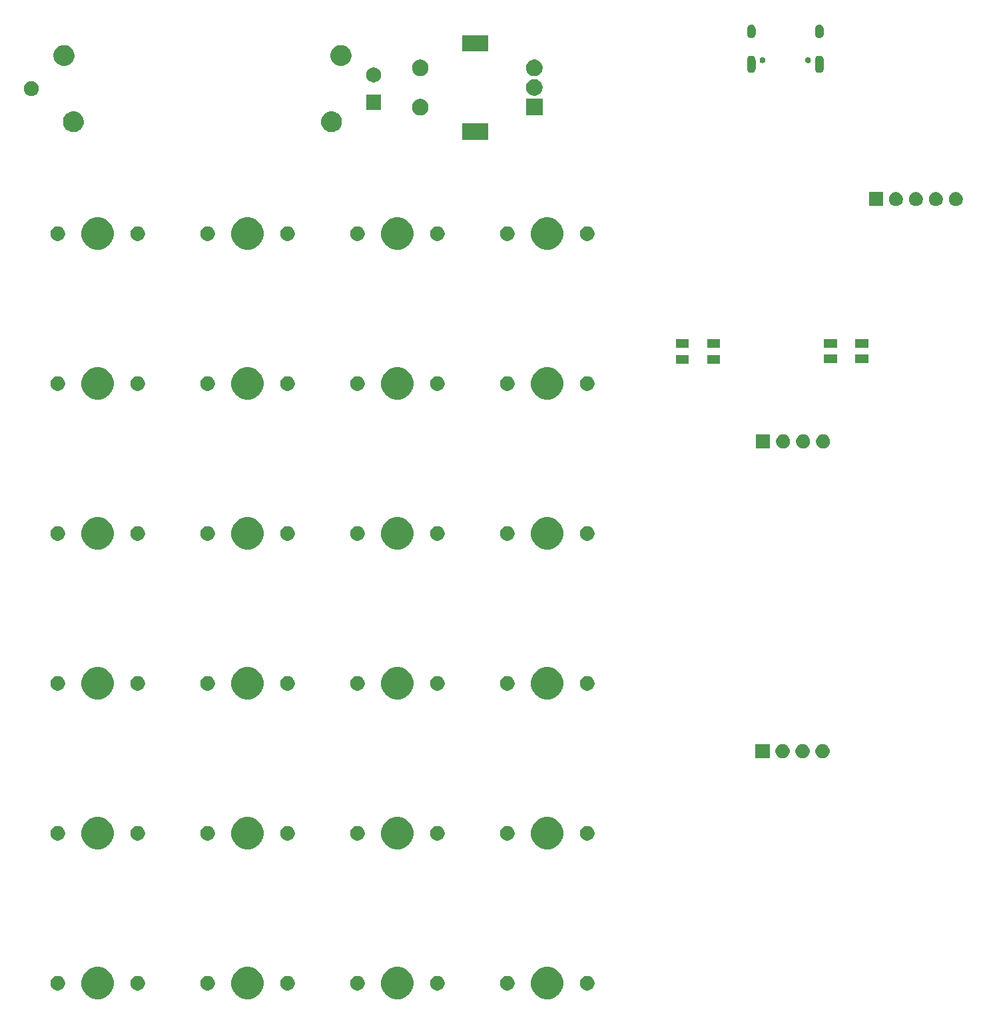
<source format=gbr>
G04 #@! TF.GenerationSoftware,KiCad,Pcbnew,(5.1.5)-3*
G04 #@! TF.CreationDate,2020-04-09T07:49:00+02:00*
G04 #@! TF.ProjectId,NumPad,4e756d50-6164-42e6-9b69-6361645f7063,rev?*
G04 #@! TF.SameCoordinates,Original*
G04 #@! TF.FileFunction,Soldermask,Top*
G04 #@! TF.FilePolarity,Negative*
%FSLAX46Y46*%
G04 Gerber Fmt 4.6, Leading zero omitted, Abs format (unit mm)*
G04 Created by KiCad (PCBNEW (5.1.5)-3) date 2020-04-09 07:49:00*
%MOMM*%
%LPD*%
G04 APERTURE LIST*
%ADD10C,0.100000*%
G04 APERTURE END LIST*
D10*
G36*
X31956475Y-170313685D02*
G01*
X32174475Y-170403984D01*
X32328624Y-170467834D01*
X32663549Y-170691624D01*
X32948378Y-170976453D01*
X33172168Y-171311378D01*
X33204563Y-171389587D01*
X33326317Y-171683527D01*
X33404901Y-172078595D01*
X33404901Y-172481407D01*
X33326317Y-172876475D01*
X33275452Y-172999273D01*
X33172168Y-173248624D01*
X32948378Y-173583549D01*
X32663549Y-173868378D01*
X32328624Y-174092168D01*
X32174475Y-174156018D01*
X31956475Y-174246317D01*
X31561407Y-174324901D01*
X31158595Y-174324901D01*
X30763527Y-174246317D01*
X30545527Y-174156018D01*
X30391378Y-174092168D01*
X30056453Y-173868378D01*
X29771624Y-173583549D01*
X29547834Y-173248624D01*
X29444550Y-172999273D01*
X29393685Y-172876475D01*
X29315101Y-172481407D01*
X29315101Y-172078595D01*
X29393685Y-171683527D01*
X29515439Y-171389587D01*
X29547834Y-171311378D01*
X29771624Y-170976453D01*
X30056453Y-170691624D01*
X30391378Y-170467834D01*
X30545527Y-170403984D01*
X30763527Y-170313685D01*
X31158595Y-170235101D01*
X31561407Y-170235101D01*
X31956475Y-170313685D01*
G37*
G36*
X51006475Y-170313685D02*
G01*
X51224475Y-170403984D01*
X51378624Y-170467834D01*
X51713549Y-170691624D01*
X51998378Y-170976453D01*
X52222168Y-171311378D01*
X52254563Y-171389587D01*
X52376317Y-171683527D01*
X52454901Y-172078595D01*
X52454901Y-172481407D01*
X52376317Y-172876475D01*
X52325452Y-172999273D01*
X52222168Y-173248624D01*
X51998378Y-173583549D01*
X51713549Y-173868378D01*
X51378624Y-174092168D01*
X51224475Y-174156018D01*
X51006475Y-174246317D01*
X50611407Y-174324901D01*
X50208595Y-174324901D01*
X49813527Y-174246317D01*
X49595527Y-174156018D01*
X49441378Y-174092168D01*
X49106453Y-173868378D01*
X48821624Y-173583549D01*
X48597834Y-173248624D01*
X48494550Y-172999273D01*
X48443685Y-172876475D01*
X48365101Y-172481407D01*
X48365101Y-172078595D01*
X48443685Y-171683527D01*
X48565439Y-171389587D01*
X48597834Y-171311378D01*
X48821624Y-170976453D01*
X49106453Y-170691624D01*
X49441378Y-170467834D01*
X49595527Y-170403984D01*
X49813527Y-170313685D01*
X50208595Y-170235101D01*
X50611407Y-170235101D01*
X51006475Y-170313685D01*
G37*
G36*
X89106475Y-170313685D02*
G01*
X89324475Y-170403984D01*
X89478624Y-170467834D01*
X89813549Y-170691624D01*
X90098378Y-170976453D01*
X90322168Y-171311378D01*
X90354563Y-171389587D01*
X90476317Y-171683527D01*
X90554901Y-172078595D01*
X90554901Y-172481407D01*
X90476317Y-172876475D01*
X90425452Y-172999273D01*
X90322168Y-173248624D01*
X90098378Y-173583549D01*
X89813549Y-173868378D01*
X89478624Y-174092168D01*
X89324475Y-174156018D01*
X89106475Y-174246317D01*
X88711407Y-174324901D01*
X88308595Y-174324901D01*
X87913527Y-174246317D01*
X87695527Y-174156018D01*
X87541378Y-174092168D01*
X87206453Y-173868378D01*
X86921624Y-173583549D01*
X86697834Y-173248624D01*
X86594550Y-172999273D01*
X86543685Y-172876475D01*
X86465101Y-172481407D01*
X86465101Y-172078595D01*
X86543685Y-171683527D01*
X86665439Y-171389587D01*
X86697834Y-171311378D01*
X86921624Y-170976453D01*
X87206453Y-170691624D01*
X87541378Y-170467834D01*
X87695527Y-170403984D01*
X87913527Y-170313685D01*
X88308595Y-170235101D01*
X88711407Y-170235101D01*
X89106475Y-170313685D01*
G37*
G36*
X70056475Y-170313685D02*
G01*
X70274475Y-170403984D01*
X70428624Y-170467834D01*
X70763549Y-170691624D01*
X71048378Y-170976453D01*
X71272168Y-171311378D01*
X71304563Y-171389587D01*
X71426317Y-171683527D01*
X71504901Y-172078595D01*
X71504901Y-172481407D01*
X71426317Y-172876475D01*
X71375452Y-172999273D01*
X71272168Y-173248624D01*
X71048378Y-173583549D01*
X70763549Y-173868378D01*
X70428624Y-174092168D01*
X70274475Y-174156018D01*
X70056475Y-174246317D01*
X69661407Y-174324901D01*
X69258595Y-174324901D01*
X68863527Y-174246317D01*
X68645527Y-174156018D01*
X68491378Y-174092168D01*
X68156453Y-173868378D01*
X67871624Y-173583549D01*
X67647834Y-173248624D01*
X67544550Y-172999273D01*
X67493685Y-172876475D01*
X67415101Y-172481407D01*
X67415101Y-172078595D01*
X67493685Y-171683527D01*
X67615439Y-171389587D01*
X67647834Y-171311378D01*
X67871624Y-170976453D01*
X68156453Y-170691624D01*
X68491378Y-170467834D01*
X68645527Y-170403984D01*
X68863527Y-170313685D01*
X69258595Y-170235101D01*
X69661407Y-170235101D01*
X70056475Y-170313685D01*
G37*
G36*
X64650105Y-171389586D02*
G01*
X64818627Y-171459390D01*
X64970292Y-171560729D01*
X65099273Y-171689710D01*
X65200612Y-171841375D01*
X65270416Y-172009897D01*
X65306001Y-172188798D01*
X65306001Y-172371204D01*
X65270416Y-172550105D01*
X65200612Y-172718627D01*
X65099273Y-172870292D01*
X64970292Y-172999273D01*
X64818627Y-173100612D01*
X64650105Y-173170416D01*
X64471204Y-173206001D01*
X64288798Y-173206001D01*
X64109897Y-173170416D01*
X63941375Y-173100612D01*
X63789710Y-172999273D01*
X63660729Y-172870292D01*
X63559390Y-172718627D01*
X63489586Y-172550105D01*
X63454001Y-172371204D01*
X63454001Y-172188798D01*
X63489586Y-172009897D01*
X63559390Y-171841375D01*
X63660729Y-171689710D01*
X63789710Y-171560729D01*
X63941375Y-171459390D01*
X64109897Y-171389586D01*
X64288798Y-171354001D01*
X64471204Y-171354001D01*
X64650105Y-171389586D01*
G37*
G36*
X55760105Y-171389586D02*
G01*
X55928627Y-171459390D01*
X56080292Y-171560729D01*
X56209273Y-171689710D01*
X56310612Y-171841375D01*
X56380416Y-172009897D01*
X56416001Y-172188798D01*
X56416001Y-172371204D01*
X56380416Y-172550105D01*
X56310612Y-172718627D01*
X56209273Y-172870292D01*
X56080292Y-172999273D01*
X55928627Y-173100612D01*
X55760105Y-173170416D01*
X55581204Y-173206001D01*
X55398798Y-173206001D01*
X55219897Y-173170416D01*
X55051375Y-173100612D01*
X54899710Y-172999273D01*
X54770729Y-172870292D01*
X54669390Y-172718627D01*
X54599586Y-172550105D01*
X54564001Y-172371204D01*
X54564001Y-172188798D01*
X54599586Y-172009897D01*
X54669390Y-171841375D01*
X54770729Y-171689710D01*
X54899710Y-171560729D01*
X55051375Y-171459390D01*
X55219897Y-171389586D01*
X55398798Y-171354001D01*
X55581204Y-171354001D01*
X55760105Y-171389586D01*
G37*
G36*
X45600105Y-171389586D02*
G01*
X45768627Y-171459390D01*
X45920292Y-171560729D01*
X46049273Y-171689710D01*
X46150612Y-171841375D01*
X46220416Y-172009897D01*
X46256001Y-172188798D01*
X46256001Y-172371204D01*
X46220416Y-172550105D01*
X46150612Y-172718627D01*
X46049273Y-172870292D01*
X45920292Y-172999273D01*
X45768627Y-173100612D01*
X45600105Y-173170416D01*
X45421204Y-173206001D01*
X45238798Y-173206001D01*
X45059897Y-173170416D01*
X44891375Y-173100612D01*
X44739710Y-172999273D01*
X44610729Y-172870292D01*
X44509390Y-172718627D01*
X44439586Y-172550105D01*
X44404001Y-172371204D01*
X44404001Y-172188798D01*
X44439586Y-172009897D01*
X44509390Y-171841375D01*
X44610729Y-171689710D01*
X44739710Y-171560729D01*
X44891375Y-171459390D01*
X45059897Y-171389586D01*
X45238798Y-171354001D01*
X45421204Y-171354001D01*
X45600105Y-171389586D01*
G37*
G36*
X74810105Y-171389586D02*
G01*
X74978627Y-171459390D01*
X75130292Y-171560729D01*
X75259273Y-171689710D01*
X75360612Y-171841375D01*
X75430416Y-172009897D01*
X75466001Y-172188798D01*
X75466001Y-172371204D01*
X75430416Y-172550105D01*
X75360612Y-172718627D01*
X75259273Y-172870292D01*
X75130292Y-172999273D01*
X74978627Y-173100612D01*
X74810105Y-173170416D01*
X74631204Y-173206001D01*
X74448798Y-173206001D01*
X74269897Y-173170416D01*
X74101375Y-173100612D01*
X73949710Y-172999273D01*
X73820729Y-172870292D01*
X73719390Y-172718627D01*
X73649586Y-172550105D01*
X73614001Y-172371204D01*
X73614001Y-172188798D01*
X73649586Y-172009897D01*
X73719390Y-171841375D01*
X73820729Y-171689710D01*
X73949710Y-171560729D01*
X74101375Y-171459390D01*
X74269897Y-171389586D01*
X74448798Y-171354001D01*
X74631204Y-171354001D01*
X74810105Y-171389586D01*
G37*
G36*
X83700105Y-171389586D02*
G01*
X83868627Y-171459390D01*
X84020292Y-171560729D01*
X84149273Y-171689710D01*
X84250612Y-171841375D01*
X84320416Y-172009897D01*
X84356001Y-172188798D01*
X84356001Y-172371204D01*
X84320416Y-172550105D01*
X84250612Y-172718627D01*
X84149273Y-172870292D01*
X84020292Y-172999273D01*
X83868627Y-173100612D01*
X83700105Y-173170416D01*
X83521204Y-173206001D01*
X83338798Y-173206001D01*
X83159897Y-173170416D01*
X82991375Y-173100612D01*
X82839710Y-172999273D01*
X82710729Y-172870292D01*
X82609390Y-172718627D01*
X82539586Y-172550105D01*
X82504001Y-172371204D01*
X82504001Y-172188798D01*
X82539586Y-172009897D01*
X82609390Y-171841375D01*
X82710729Y-171689710D01*
X82839710Y-171560729D01*
X82991375Y-171459390D01*
X83159897Y-171389586D01*
X83338798Y-171354001D01*
X83521204Y-171354001D01*
X83700105Y-171389586D01*
G37*
G36*
X36710105Y-171389586D02*
G01*
X36878627Y-171459390D01*
X37030292Y-171560729D01*
X37159273Y-171689710D01*
X37260612Y-171841375D01*
X37330416Y-172009897D01*
X37366001Y-172188798D01*
X37366001Y-172371204D01*
X37330416Y-172550105D01*
X37260612Y-172718627D01*
X37159273Y-172870292D01*
X37030292Y-172999273D01*
X36878627Y-173100612D01*
X36710105Y-173170416D01*
X36531204Y-173206001D01*
X36348798Y-173206001D01*
X36169897Y-173170416D01*
X36001375Y-173100612D01*
X35849710Y-172999273D01*
X35720729Y-172870292D01*
X35619390Y-172718627D01*
X35549586Y-172550105D01*
X35514001Y-172371204D01*
X35514001Y-172188798D01*
X35549586Y-172009897D01*
X35619390Y-171841375D01*
X35720729Y-171689710D01*
X35849710Y-171560729D01*
X36001375Y-171459390D01*
X36169897Y-171389586D01*
X36348798Y-171354001D01*
X36531204Y-171354001D01*
X36710105Y-171389586D01*
G37*
G36*
X26550105Y-171389586D02*
G01*
X26718627Y-171459390D01*
X26870292Y-171560729D01*
X26999273Y-171689710D01*
X27100612Y-171841375D01*
X27170416Y-172009897D01*
X27206001Y-172188798D01*
X27206001Y-172371204D01*
X27170416Y-172550105D01*
X27100612Y-172718627D01*
X26999273Y-172870292D01*
X26870292Y-172999273D01*
X26718627Y-173100612D01*
X26550105Y-173170416D01*
X26371204Y-173206001D01*
X26188798Y-173206001D01*
X26009897Y-173170416D01*
X25841375Y-173100612D01*
X25689710Y-172999273D01*
X25560729Y-172870292D01*
X25459390Y-172718627D01*
X25389586Y-172550105D01*
X25354001Y-172371204D01*
X25354001Y-172188798D01*
X25389586Y-172009897D01*
X25459390Y-171841375D01*
X25560729Y-171689710D01*
X25689710Y-171560729D01*
X25841375Y-171459390D01*
X26009897Y-171389586D01*
X26188798Y-171354001D01*
X26371204Y-171354001D01*
X26550105Y-171389586D01*
G37*
G36*
X93860105Y-171389586D02*
G01*
X94028627Y-171459390D01*
X94180292Y-171560729D01*
X94309273Y-171689710D01*
X94410612Y-171841375D01*
X94480416Y-172009897D01*
X94516001Y-172188798D01*
X94516001Y-172371204D01*
X94480416Y-172550105D01*
X94410612Y-172718627D01*
X94309273Y-172870292D01*
X94180292Y-172999273D01*
X94028627Y-173100612D01*
X93860105Y-173170416D01*
X93681204Y-173206001D01*
X93498798Y-173206001D01*
X93319897Y-173170416D01*
X93151375Y-173100612D01*
X92999710Y-172999273D01*
X92870729Y-172870292D01*
X92769390Y-172718627D01*
X92699586Y-172550105D01*
X92664001Y-172371204D01*
X92664001Y-172188798D01*
X92699586Y-172009897D01*
X92769390Y-171841375D01*
X92870729Y-171689710D01*
X92999710Y-171560729D01*
X93151375Y-171459390D01*
X93319897Y-171389586D01*
X93498798Y-171354001D01*
X93681204Y-171354001D01*
X93860105Y-171389586D01*
G37*
G36*
X31956475Y-151263685D02*
G01*
X32174475Y-151353984D01*
X32328624Y-151417834D01*
X32663549Y-151641624D01*
X32948378Y-151926453D01*
X33172168Y-152261378D01*
X33204563Y-152339587D01*
X33326317Y-152633527D01*
X33404901Y-153028595D01*
X33404901Y-153431407D01*
X33326317Y-153826475D01*
X33275452Y-153949273D01*
X33172168Y-154198624D01*
X32948378Y-154533549D01*
X32663549Y-154818378D01*
X32328624Y-155042168D01*
X32174475Y-155106018D01*
X31956475Y-155196317D01*
X31561407Y-155274901D01*
X31158595Y-155274901D01*
X30763527Y-155196317D01*
X30545527Y-155106018D01*
X30391378Y-155042168D01*
X30056453Y-154818378D01*
X29771624Y-154533549D01*
X29547834Y-154198624D01*
X29444550Y-153949273D01*
X29393685Y-153826475D01*
X29315101Y-153431407D01*
X29315101Y-153028595D01*
X29393685Y-152633527D01*
X29515439Y-152339587D01*
X29547834Y-152261378D01*
X29771624Y-151926453D01*
X30056453Y-151641624D01*
X30391378Y-151417834D01*
X30545527Y-151353984D01*
X30763527Y-151263685D01*
X31158595Y-151185101D01*
X31561407Y-151185101D01*
X31956475Y-151263685D01*
G37*
G36*
X70056475Y-151263685D02*
G01*
X70274475Y-151353984D01*
X70428624Y-151417834D01*
X70763549Y-151641624D01*
X71048378Y-151926453D01*
X71272168Y-152261378D01*
X71304563Y-152339587D01*
X71426317Y-152633527D01*
X71504901Y-153028595D01*
X71504901Y-153431407D01*
X71426317Y-153826475D01*
X71375452Y-153949273D01*
X71272168Y-154198624D01*
X71048378Y-154533549D01*
X70763549Y-154818378D01*
X70428624Y-155042168D01*
X70274475Y-155106018D01*
X70056475Y-155196317D01*
X69661407Y-155274901D01*
X69258595Y-155274901D01*
X68863527Y-155196317D01*
X68645527Y-155106018D01*
X68491378Y-155042168D01*
X68156453Y-154818378D01*
X67871624Y-154533549D01*
X67647834Y-154198624D01*
X67544550Y-153949273D01*
X67493685Y-153826475D01*
X67415101Y-153431407D01*
X67415101Y-153028595D01*
X67493685Y-152633527D01*
X67615439Y-152339587D01*
X67647834Y-152261378D01*
X67871624Y-151926453D01*
X68156453Y-151641624D01*
X68491378Y-151417834D01*
X68645527Y-151353984D01*
X68863527Y-151263685D01*
X69258595Y-151185101D01*
X69661407Y-151185101D01*
X70056475Y-151263685D01*
G37*
G36*
X89106475Y-151263685D02*
G01*
X89324475Y-151353984D01*
X89478624Y-151417834D01*
X89813549Y-151641624D01*
X90098378Y-151926453D01*
X90322168Y-152261378D01*
X90354563Y-152339587D01*
X90476317Y-152633527D01*
X90554901Y-153028595D01*
X90554901Y-153431407D01*
X90476317Y-153826475D01*
X90425452Y-153949273D01*
X90322168Y-154198624D01*
X90098378Y-154533549D01*
X89813549Y-154818378D01*
X89478624Y-155042168D01*
X89324475Y-155106018D01*
X89106475Y-155196317D01*
X88711407Y-155274901D01*
X88308595Y-155274901D01*
X87913527Y-155196317D01*
X87695527Y-155106018D01*
X87541378Y-155042168D01*
X87206453Y-154818378D01*
X86921624Y-154533549D01*
X86697834Y-154198624D01*
X86594550Y-153949273D01*
X86543685Y-153826475D01*
X86465101Y-153431407D01*
X86465101Y-153028595D01*
X86543685Y-152633527D01*
X86665439Y-152339587D01*
X86697834Y-152261378D01*
X86921624Y-151926453D01*
X87206453Y-151641624D01*
X87541378Y-151417834D01*
X87695527Y-151353984D01*
X87913527Y-151263685D01*
X88308595Y-151185101D01*
X88711407Y-151185101D01*
X89106475Y-151263685D01*
G37*
G36*
X51006475Y-151263685D02*
G01*
X51224475Y-151353984D01*
X51378624Y-151417834D01*
X51713549Y-151641624D01*
X51998378Y-151926453D01*
X52222168Y-152261378D01*
X52254563Y-152339587D01*
X52376317Y-152633527D01*
X52454901Y-153028595D01*
X52454901Y-153431407D01*
X52376317Y-153826475D01*
X52325452Y-153949273D01*
X52222168Y-154198624D01*
X51998378Y-154533549D01*
X51713549Y-154818378D01*
X51378624Y-155042168D01*
X51224475Y-155106018D01*
X51006475Y-155196317D01*
X50611407Y-155274901D01*
X50208595Y-155274901D01*
X49813527Y-155196317D01*
X49595527Y-155106018D01*
X49441378Y-155042168D01*
X49106453Y-154818378D01*
X48821624Y-154533549D01*
X48597834Y-154198624D01*
X48494550Y-153949273D01*
X48443685Y-153826475D01*
X48365101Y-153431407D01*
X48365101Y-153028595D01*
X48443685Y-152633527D01*
X48565439Y-152339587D01*
X48597834Y-152261378D01*
X48821624Y-151926453D01*
X49106453Y-151641624D01*
X49441378Y-151417834D01*
X49595527Y-151353984D01*
X49813527Y-151263685D01*
X50208595Y-151185101D01*
X50611407Y-151185101D01*
X51006475Y-151263685D01*
G37*
G36*
X93860105Y-152339586D02*
G01*
X94028627Y-152409390D01*
X94180292Y-152510729D01*
X94309273Y-152639710D01*
X94410612Y-152791375D01*
X94480416Y-152959897D01*
X94516001Y-153138798D01*
X94516001Y-153321204D01*
X94480416Y-153500105D01*
X94410612Y-153668627D01*
X94309273Y-153820292D01*
X94180292Y-153949273D01*
X94028627Y-154050612D01*
X93860105Y-154120416D01*
X93681204Y-154156001D01*
X93498798Y-154156001D01*
X93319897Y-154120416D01*
X93151375Y-154050612D01*
X92999710Y-153949273D01*
X92870729Y-153820292D01*
X92769390Y-153668627D01*
X92699586Y-153500105D01*
X92664001Y-153321204D01*
X92664001Y-153138798D01*
X92699586Y-152959897D01*
X92769390Y-152791375D01*
X92870729Y-152639710D01*
X92999710Y-152510729D01*
X93151375Y-152409390D01*
X93319897Y-152339586D01*
X93498798Y-152304001D01*
X93681204Y-152304001D01*
X93860105Y-152339586D01*
G37*
G36*
X45600105Y-152339586D02*
G01*
X45768627Y-152409390D01*
X45920292Y-152510729D01*
X46049273Y-152639710D01*
X46150612Y-152791375D01*
X46220416Y-152959897D01*
X46256001Y-153138798D01*
X46256001Y-153321204D01*
X46220416Y-153500105D01*
X46150612Y-153668627D01*
X46049273Y-153820292D01*
X45920292Y-153949273D01*
X45768627Y-154050612D01*
X45600105Y-154120416D01*
X45421204Y-154156001D01*
X45238798Y-154156001D01*
X45059897Y-154120416D01*
X44891375Y-154050612D01*
X44739710Y-153949273D01*
X44610729Y-153820292D01*
X44509390Y-153668627D01*
X44439586Y-153500105D01*
X44404001Y-153321204D01*
X44404001Y-153138798D01*
X44439586Y-152959897D01*
X44509390Y-152791375D01*
X44610729Y-152639710D01*
X44739710Y-152510729D01*
X44891375Y-152409390D01*
X45059897Y-152339586D01*
X45238798Y-152304001D01*
X45421204Y-152304001D01*
X45600105Y-152339586D01*
G37*
G36*
X83700105Y-152339586D02*
G01*
X83868627Y-152409390D01*
X84020292Y-152510729D01*
X84149273Y-152639710D01*
X84250612Y-152791375D01*
X84320416Y-152959897D01*
X84356001Y-153138798D01*
X84356001Y-153321204D01*
X84320416Y-153500105D01*
X84250612Y-153668627D01*
X84149273Y-153820292D01*
X84020292Y-153949273D01*
X83868627Y-154050612D01*
X83700105Y-154120416D01*
X83521204Y-154156001D01*
X83338798Y-154156001D01*
X83159897Y-154120416D01*
X82991375Y-154050612D01*
X82839710Y-153949273D01*
X82710729Y-153820292D01*
X82609390Y-153668627D01*
X82539586Y-153500105D01*
X82504001Y-153321204D01*
X82504001Y-153138798D01*
X82539586Y-152959897D01*
X82609390Y-152791375D01*
X82710729Y-152639710D01*
X82839710Y-152510729D01*
X82991375Y-152409390D01*
X83159897Y-152339586D01*
X83338798Y-152304001D01*
X83521204Y-152304001D01*
X83700105Y-152339586D01*
G37*
G36*
X26550105Y-152339586D02*
G01*
X26718627Y-152409390D01*
X26870292Y-152510729D01*
X26999273Y-152639710D01*
X27100612Y-152791375D01*
X27170416Y-152959897D01*
X27206001Y-153138798D01*
X27206001Y-153321204D01*
X27170416Y-153500105D01*
X27100612Y-153668627D01*
X26999273Y-153820292D01*
X26870292Y-153949273D01*
X26718627Y-154050612D01*
X26550105Y-154120416D01*
X26371204Y-154156001D01*
X26188798Y-154156001D01*
X26009897Y-154120416D01*
X25841375Y-154050612D01*
X25689710Y-153949273D01*
X25560729Y-153820292D01*
X25459390Y-153668627D01*
X25389586Y-153500105D01*
X25354001Y-153321204D01*
X25354001Y-153138798D01*
X25389586Y-152959897D01*
X25459390Y-152791375D01*
X25560729Y-152639710D01*
X25689710Y-152510729D01*
X25841375Y-152409390D01*
X26009897Y-152339586D01*
X26188798Y-152304001D01*
X26371204Y-152304001D01*
X26550105Y-152339586D01*
G37*
G36*
X36710105Y-152339586D02*
G01*
X36878627Y-152409390D01*
X37030292Y-152510729D01*
X37159273Y-152639710D01*
X37260612Y-152791375D01*
X37330416Y-152959897D01*
X37366001Y-153138798D01*
X37366001Y-153321204D01*
X37330416Y-153500105D01*
X37260612Y-153668627D01*
X37159273Y-153820292D01*
X37030292Y-153949273D01*
X36878627Y-154050612D01*
X36710105Y-154120416D01*
X36531204Y-154156001D01*
X36348798Y-154156001D01*
X36169897Y-154120416D01*
X36001375Y-154050612D01*
X35849710Y-153949273D01*
X35720729Y-153820292D01*
X35619390Y-153668627D01*
X35549586Y-153500105D01*
X35514001Y-153321204D01*
X35514001Y-153138798D01*
X35549586Y-152959897D01*
X35619390Y-152791375D01*
X35720729Y-152639710D01*
X35849710Y-152510729D01*
X36001375Y-152409390D01*
X36169897Y-152339586D01*
X36348798Y-152304001D01*
X36531204Y-152304001D01*
X36710105Y-152339586D01*
G37*
G36*
X55760105Y-152339586D02*
G01*
X55928627Y-152409390D01*
X56080292Y-152510729D01*
X56209273Y-152639710D01*
X56310612Y-152791375D01*
X56380416Y-152959897D01*
X56416001Y-153138798D01*
X56416001Y-153321204D01*
X56380416Y-153500105D01*
X56310612Y-153668627D01*
X56209273Y-153820292D01*
X56080292Y-153949273D01*
X55928627Y-154050612D01*
X55760105Y-154120416D01*
X55581204Y-154156001D01*
X55398798Y-154156001D01*
X55219897Y-154120416D01*
X55051375Y-154050612D01*
X54899710Y-153949273D01*
X54770729Y-153820292D01*
X54669390Y-153668627D01*
X54599586Y-153500105D01*
X54564001Y-153321204D01*
X54564001Y-153138798D01*
X54599586Y-152959897D01*
X54669390Y-152791375D01*
X54770729Y-152639710D01*
X54899710Y-152510729D01*
X55051375Y-152409390D01*
X55219897Y-152339586D01*
X55398798Y-152304001D01*
X55581204Y-152304001D01*
X55760105Y-152339586D01*
G37*
G36*
X74810105Y-152339586D02*
G01*
X74978627Y-152409390D01*
X75130292Y-152510729D01*
X75259273Y-152639710D01*
X75360612Y-152791375D01*
X75430416Y-152959897D01*
X75466001Y-153138798D01*
X75466001Y-153321204D01*
X75430416Y-153500105D01*
X75360612Y-153668627D01*
X75259273Y-153820292D01*
X75130292Y-153949273D01*
X74978627Y-154050612D01*
X74810105Y-154120416D01*
X74631204Y-154156001D01*
X74448798Y-154156001D01*
X74269897Y-154120416D01*
X74101375Y-154050612D01*
X73949710Y-153949273D01*
X73820729Y-153820292D01*
X73719390Y-153668627D01*
X73649586Y-153500105D01*
X73614001Y-153321204D01*
X73614001Y-153138798D01*
X73649586Y-152959897D01*
X73719390Y-152791375D01*
X73820729Y-152639710D01*
X73949710Y-152510729D01*
X74101375Y-152409390D01*
X74269897Y-152339586D01*
X74448798Y-152304001D01*
X74631204Y-152304001D01*
X74810105Y-152339586D01*
G37*
G36*
X64650105Y-152339586D02*
G01*
X64818627Y-152409390D01*
X64970292Y-152510729D01*
X65099273Y-152639710D01*
X65200612Y-152791375D01*
X65270416Y-152959897D01*
X65306001Y-153138798D01*
X65306001Y-153321204D01*
X65270416Y-153500105D01*
X65200612Y-153668627D01*
X65099273Y-153820292D01*
X64970292Y-153949273D01*
X64818627Y-154050612D01*
X64650105Y-154120416D01*
X64471204Y-154156001D01*
X64288798Y-154156001D01*
X64109897Y-154120416D01*
X63941375Y-154050612D01*
X63789710Y-153949273D01*
X63660729Y-153820292D01*
X63559390Y-153668627D01*
X63489586Y-153500105D01*
X63454001Y-153321204D01*
X63454001Y-153138798D01*
X63489586Y-152959897D01*
X63559390Y-152791375D01*
X63660729Y-152639710D01*
X63789710Y-152510729D01*
X63941375Y-152409390D01*
X64109897Y-152339586D01*
X64288798Y-152304001D01*
X64471204Y-152304001D01*
X64650105Y-152339586D01*
G37*
G36*
X123623512Y-141903927D02*
G01*
X123772812Y-141933624D01*
X123936784Y-142001544D01*
X124084354Y-142100147D01*
X124209853Y-142225646D01*
X124308456Y-142373216D01*
X124376376Y-142537188D01*
X124411000Y-142711259D01*
X124411000Y-142888741D01*
X124376376Y-143062812D01*
X124308456Y-143226784D01*
X124209853Y-143374354D01*
X124084354Y-143499853D01*
X123936784Y-143598456D01*
X123772812Y-143666376D01*
X123623512Y-143696073D01*
X123598742Y-143701000D01*
X123421258Y-143701000D01*
X123396488Y-143696073D01*
X123247188Y-143666376D01*
X123083216Y-143598456D01*
X122935646Y-143499853D01*
X122810147Y-143374354D01*
X122711544Y-143226784D01*
X122643624Y-143062812D01*
X122609000Y-142888741D01*
X122609000Y-142711259D01*
X122643624Y-142537188D01*
X122711544Y-142373216D01*
X122810147Y-142225646D01*
X122935646Y-142100147D01*
X123083216Y-142001544D01*
X123247188Y-141933624D01*
X123396488Y-141903927D01*
X123421258Y-141899000D01*
X123598742Y-141899000D01*
X123623512Y-141903927D01*
G37*
G36*
X121083512Y-141903927D02*
G01*
X121232812Y-141933624D01*
X121396784Y-142001544D01*
X121544354Y-142100147D01*
X121669853Y-142225646D01*
X121768456Y-142373216D01*
X121836376Y-142537188D01*
X121871000Y-142711259D01*
X121871000Y-142888741D01*
X121836376Y-143062812D01*
X121768456Y-143226784D01*
X121669853Y-143374354D01*
X121544354Y-143499853D01*
X121396784Y-143598456D01*
X121232812Y-143666376D01*
X121083512Y-143696073D01*
X121058742Y-143701000D01*
X120881258Y-143701000D01*
X120856488Y-143696073D01*
X120707188Y-143666376D01*
X120543216Y-143598456D01*
X120395646Y-143499853D01*
X120270147Y-143374354D01*
X120171544Y-143226784D01*
X120103624Y-143062812D01*
X120069000Y-142888741D01*
X120069000Y-142711259D01*
X120103624Y-142537188D01*
X120171544Y-142373216D01*
X120270147Y-142225646D01*
X120395646Y-142100147D01*
X120543216Y-142001544D01*
X120707188Y-141933624D01*
X120856488Y-141903927D01*
X120881258Y-141899000D01*
X121058742Y-141899000D01*
X121083512Y-141903927D01*
G37*
G36*
X118543512Y-141903927D02*
G01*
X118692812Y-141933624D01*
X118856784Y-142001544D01*
X119004354Y-142100147D01*
X119129853Y-142225646D01*
X119228456Y-142373216D01*
X119296376Y-142537188D01*
X119331000Y-142711259D01*
X119331000Y-142888741D01*
X119296376Y-143062812D01*
X119228456Y-143226784D01*
X119129853Y-143374354D01*
X119004354Y-143499853D01*
X118856784Y-143598456D01*
X118692812Y-143666376D01*
X118543512Y-143696073D01*
X118518742Y-143701000D01*
X118341258Y-143701000D01*
X118316488Y-143696073D01*
X118167188Y-143666376D01*
X118003216Y-143598456D01*
X117855646Y-143499853D01*
X117730147Y-143374354D01*
X117631544Y-143226784D01*
X117563624Y-143062812D01*
X117529000Y-142888741D01*
X117529000Y-142711259D01*
X117563624Y-142537188D01*
X117631544Y-142373216D01*
X117730147Y-142225646D01*
X117855646Y-142100147D01*
X118003216Y-142001544D01*
X118167188Y-141933624D01*
X118316488Y-141903927D01*
X118341258Y-141899000D01*
X118518742Y-141899000D01*
X118543512Y-141903927D01*
G37*
G36*
X116791000Y-143701000D02*
G01*
X114989000Y-143701000D01*
X114989000Y-141899000D01*
X116791000Y-141899000D01*
X116791000Y-143701000D01*
G37*
G36*
X51006475Y-132213685D02*
G01*
X51224475Y-132303984D01*
X51378624Y-132367834D01*
X51713549Y-132591624D01*
X51998378Y-132876453D01*
X52222168Y-133211378D01*
X52254563Y-133289587D01*
X52376317Y-133583527D01*
X52454901Y-133978595D01*
X52454901Y-134381407D01*
X52376317Y-134776475D01*
X52325452Y-134899273D01*
X52222168Y-135148624D01*
X51998378Y-135483549D01*
X51713549Y-135768378D01*
X51378624Y-135992168D01*
X51224475Y-136056018D01*
X51006475Y-136146317D01*
X50611407Y-136224901D01*
X50208595Y-136224901D01*
X49813527Y-136146317D01*
X49595527Y-136056018D01*
X49441378Y-135992168D01*
X49106453Y-135768378D01*
X48821624Y-135483549D01*
X48597834Y-135148624D01*
X48494550Y-134899273D01*
X48443685Y-134776475D01*
X48365101Y-134381407D01*
X48365101Y-133978595D01*
X48443685Y-133583527D01*
X48565439Y-133289587D01*
X48597834Y-133211378D01*
X48821624Y-132876453D01*
X49106453Y-132591624D01*
X49441378Y-132367834D01*
X49595527Y-132303984D01*
X49813527Y-132213685D01*
X50208595Y-132135101D01*
X50611407Y-132135101D01*
X51006475Y-132213685D01*
G37*
G36*
X70056475Y-132213685D02*
G01*
X70274475Y-132303984D01*
X70428624Y-132367834D01*
X70763549Y-132591624D01*
X71048378Y-132876453D01*
X71272168Y-133211378D01*
X71304563Y-133289587D01*
X71426317Y-133583527D01*
X71504901Y-133978595D01*
X71504901Y-134381407D01*
X71426317Y-134776475D01*
X71375452Y-134899273D01*
X71272168Y-135148624D01*
X71048378Y-135483549D01*
X70763549Y-135768378D01*
X70428624Y-135992168D01*
X70274475Y-136056018D01*
X70056475Y-136146317D01*
X69661407Y-136224901D01*
X69258595Y-136224901D01*
X68863527Y-136146317D01*
X68645527Y-136056018D01*
X68491378Y-135992168D01*
X68156453Y-135768378D01*
X67871624Y-135483549D01*
X67647834Y-135148624D01*
X67544550Y-134899273D01*
X67493685Y-134776475D01*
X67415101Y-134381407D01*
X67415101Y-133978595D01*
X67493685Y-133583527D01*
X67615439Y-133289587D01*
X67647834Y-133211378D01*
X67871624Y-132876453D01*
X68156453Y-132591624D01*
X68491378Y-132367834D01*
X68645527Y-132303984D01*
X68863527Y-132213685D01*
X69258595Y-132135101D01*
X69661407Y-132135101D01*
X70056475Y-132213685D01*
G37*
G36*
X31956475Y-132213685D02*
G01*
X32174475Y-132303984D01*
X32328624Y-132367834D01*
X32663549Y-132591624D01*
X32948378Y-132876453D01*
X33172168Y-133211378D01*
X33204563Y-133289587D01*
X33326317Y-133583527D01*
X33404901Y-133978595D01*
X33404901Y-134381407D01*
X33326317Y-134776475D01*
X33275452Y-134899273D01*
X33172168Y-135148624D01*
X32948378Y-135483549D01*
X32663549Y-135768378D01*
X32328624Y-135992168D01*
X32174475Y-136056018D01*
X31956475Y-136146317D01*
X31561407Y-136224901D01*
X31158595Y-136224901D01*
X30763527Y-136146317D01*
X30545527Y-136056018D01*
X30391378Y-135992168D01*
X30056453Y-135768378D01*
X29771624Y-135483549D01*
X29547834Y-135148624D01*
X29444550Y-134899273D01*
X29393685Y-134776475D01*
X29315101Y-134381407D01*
X29315101Y-133978595D01*
X29393685Y-133583527D01*
X29515439Y-133289587D01*
X29547834Y-133211378D01*
X29771624Y-132876453D01*
X30056453Y-132591624D01*
X30391378Y-132367834D01*
X30545527Y-132303984D01*
X30763527Y-132213685D01*
X31158595Y-132135101D01*
X31561407Y-132135101D01*
X31956475Y-132213685D01*
G37*
G36*
X89106475Y-132213685D02*
G01*
X89324475Y-132303984D01*
X89478624Y-132367834D01*
X89813549Y-132591624D01*
X90098378Y-132876453D01*
X90322168Y-133211378D01*
X90354563Y-133289587D01*
X90476317Y-133583527D01*
X90554901Y-133978595D01*
X90554901Y-134381407D01*
X90476317Y-134776475D01*
X90425452Y-134899273D01*
X90322168Y-135148624D01*
X90098378Y-135483549D01*
X89813549Y-135768378D01*
X89478624Y-135992168D01*
X89324475Y-136056018D01*
X89106475Y-136146317D01*
X88711407Y-136224901D01*
X88308595Y-136224901D01*
X87913527Y-136146317D01*
X87695527Y-136056018D01*
X87541378Y-135992168D01*
X87206453Y-135768378D01*
X86921624Y-135483549D01*
X86697834Y-135148624D01*
X86594550Y-134899273D01*
X86543685Y-134776475D01*
X86465101Y-134381407D01*
X86465101Y-133978595D01*
X86543685Y-133583527D01*
X86665439Y-133289587D01*
X86697834Y-133211378D01*
X86921624Y-132876453D01*
X87206453Y-132591624D01*
X87541378Y-132367834D01*
X87695527Y-132303984D01*
X87913527Y-132213685D01*
X88308595Y-132135101D01*
X88711407Y-132135101D01*
X89106475Y-132213685D01*
G37*
G36*
X45600105Y-133289586D02*
G01*
X45768627Y-133359390D01*
X45920292Y-133460729D01*
X46049273Y-133589710D01*
X46150612Y-133741375D01*
X46220416Y-133909897D01*
X46256001Y-134088798D01*
X46256001Y-134271204D01*
X46220416Y-134450105D01*
X46150612Y-134618627D01*
X46049273Y-134770292D01*
X45920292Y-134899273D01*
X45768627Y-135000612D01*
X45600105Y-135070416D01*
X45421204Y-135106001D01*
X45238798Y-135106001D01*
X45059897Y-135070416D01*
X44891375Y-135000612D01*
X44739710Y-134899273D01*
X44610729Y-134770292D01*
X44509390Y-134618627D01*
X44439586Y-134450105D01*
X44404001Y-134271204D01*
X44404001Y-134088798D01*
X44439586Y-133909897D01*
X44509390Y-133741375D01*
X44610729Y-133589710D01*
X44739710Y-133460729D01*
X44891375Y-133359390D01*
X45059897Y-133289586D01*
X45238798Y-133254001D01*
X45421204Y-133254001D01*
X45600105Y-133289586D01*
G37*
G36*
X55760105Y-133289586D02*
G01*
X55928627Y-133359390D01*
X56080292Y-133460729D01*
X56209273Y-133589710D01*
X56310612Y-133741375D01*
X56380416Y-133909897D01*
X56416001Y-134088798D01*
X56416001Y-134271204D01*
X56380416Y-134450105D01*
X56310612Y-134618627D01*
X56209273Y-134770292D01*
X56080292Y-134899273D01*
X55928627Y-135000612D01*
X55760105Y-135070416D01*
X55581204Y-135106001D01*
X55398798Y-135106001D01*
X55219897Y-135070416D01*
X55051375Y-135000612D01*
X54899710Y-134899273D01*
X54770729Y-134770292D01*
X54669390Y-134618627D01*
X54599586Y-134450105D01*
X54564001Y-134271204D01*
X54564001Y-134088798D01*
X54599586Y-133909897D01*
X54669390Y-133741375D01*
X54770729Y-133589710D01*
X54899710Y-133460729D01*
X55051375Y-133359390D01*
X55219897Y-133289586D01*
X55398798Y-133254001D01*
X55581204Y-133254001D01*
X55760105Y-133289586D01*
G37*
G36*
X74810105Y-133289586D02*
G01*
X74978627Y-133359390D01*
X75130292Y-133460729D01*
X75259273Y-133589710D01*
X75360612Y-133741375D01*
X75430416Y-133909897D01*
X75466001Y-134088798D01*
X75466001Y-134271204D01*
X75430416Y-134450105D01*
X75360612Y-134618627D01*
X75259273Y-134770292D01*
X75130292Y-134899273D01*
X74978627Y-135000612D01*
X74810105Y-135070416D01*
X74631204Y-135106001D01*
X74448798Y-135106001D01*
X74269897Y-135070416D01*
X74101375Y-135000612D01*
X73949710Y-134899273D01*
X73820729Y-134770292D01*
X73719390Y-134618627D01*
X73649586Y-134450105D01*
X73614001Y-134271204D01*
X73614001Y-134088798D01*
X73649586Y-133909897D01*
X73719390Y-133741375D01*
X73820729Y-133589710D01*
X73949710Y-133460729D01*
X74101375Y-133359390D01*
X74269897Y-133289586D01*
X74448798Y-133254001D01*
X74631204Y-133254001D01*
X74810105Y-133289586D01*
G37*
G36*
X36710105Y-133289586D02*
G01*
X36878627Y-133359390D01*
X37030292Y-133460729D01*
X37159273Y-133589710D01*
X37260612Y-133741375D01*
X37330416Y-133909897D01*
X37366001Y-134088798D01*
X37366001Y-134271204D01*
X37330416Y-134450105D01*
X37260612Y-134618627D01*
X37159273Y-134770292D01*
X37030292Y-134899273D01*
X36878627Y-135000612D01*
X36710105Y-135070416D01*
X36531204Y-135106001D01*
X36348798Y-135106001D01*
X36169897Y-135070416D01*
X36001375Y-135000612D01*
X35849710Y-134899273D01*
X35720729Y-134770292D01*
X35619390Y-134618627D01*
X35549586Y-134450105D01*
X35514001Y-134271204D01*
X35514001Y-134088798D01*
X35549586Y-133909897D01*
X35619390Y-133741375D01*
X35720729Y-133589710D01*
X35849710Y-133460729D01*
X36001375Y-133359390D01*
X36169897Y-133289586D01*
X36348798Y-133254001D01*
X36531204Y-133254001D01*
X36710105Y-133289586D01*
G37*
G36*
X93860105Y-133289586D02*
G01*
X94028627Y-133359390D01*
X94180292Y-133460729D01*
X94309273Y-133589710D01*
X94410612Y-133741375D01*
X94480416Y-133909897D01*
X94516001Y-134088798D01*
X94516001Y-134271204D01*
X94480416Y-134450105D01*
X94410612Y-134618627D01*
X94309273Y-134770292D01*
X94180292Y-134899273D01*
X94028627Y-135000612D01*
X93860105Y-135070416D01*
X93681204Y-135106001D01*
X93498798Y-135106001D01*
X93319897Y-135070416D01*
X93151375Y-135000612D01*
X92999710Y-134899273D01*
X92870729Y-134770292D01*
X92769390Y-134618627D01*
X92699586Y-134450105D01*
X92664001Y-134271204D01*
X92664001Y-134088798D01*
X92699586Y-133909897D01*
X92769390Y-133741375D01*
X92870729Y-133589710D01*
X92999710Y-133460729D01*
X93151375Y-133359390D01*
X93319897Y-133289586D01*
X93498798Y-133254001D01*
X93681204Y-133254001D01*
X93860105Y-133289586D01*
G37*
G36*
X64650105Y-133289586D02*
G01*
X64818627Y-133359390D01*
X64970292Y-133460729D01*
X65099273Y-133589710D01*
X65200612Y-133741375D01*
X65270416Y-133909897D01*
X65306001Y-134088798D01*
X65306001Y-134271204D01*
X65270416Y-134450105D01*
X65200612Y-134618627D01*
X65099273Y-134770292D01*
X64970292Y-134899273D01*
X64818627Y-135000612D01*
X64650105Y-135070416D01*
X64471204Y-135106001D01*
X64288798Y-135106001D01*
X64109897Y-135070416D01*
X63941375Y-135000612D01*
X63789710Y-134899273D01*
X63660729Y-134770292D01*
X63559390Y-134618627D01*
X63489586Y-134450105D01*
X63454001Y-134271204D01*
X63454001Y-134088798D01*
X63489586Y-133909897D01*
X63559390Y-133741375D01*
X63660729Y-133589710D01*
X63789710Y-133460729D01*
X63941375Y-133359390D01*
X64109897Y-133289586D01*
X64288798Y-133254001D01*
X64471204Y-133254001D01*
X64650105Y-133289586D01*
G37*
G36*
X83700105Y-133289586D02*
G01*
X83868627Y-133359390D01*
X84020292Y-133460729D01*
X84149273Y-133589710D01*
X84250612Y-133741375D01*
X84320416Y-133909897D01*
X84356001Y-134088798D01*
X84356001Y-134271204D01*
X84320416Y-134450105D01*
X84250612Y-134618627D01*
X84149273Y-134770292D01*
X84020292Y-134899273D01*
X83868627Y-135000612D01*
X83700105Y-135070416D01*
X83521204Y-135106001D01*
X83338798Y-135106001D01*
X83159897Y-135070416D01*
X82991375Y-135000612D01*
X82839710Y-134899273D01*
X82710729Y-134770292D01*
X82609390Y-134618627D01*
X82539586Y-134450105D01*
X82504001Y-134271204D01*
X82504001Y-134088798D01*
X82539586Y-133909897D01*
X82609390Y-133741375D01*
X82710729Y-133589710D01*
X82839710Y-133460729D01*
X82991375Y-133359390D01*
X83159897Y-133289586D01*
X83338798Y-133254001D01*
X83521204Y-133254001D01*
X83700105Y-133289586D01*
G37*
G36*
X26550105Y-133289586D02*
G01*
X26718627Y-133359390D01*
X26870292Y-133460729D01*
X26999273Y-133589710D01*
X27100612Y-133741375D01*
X27170416Y-133909897D01*
X27206001Y-134088798D01*
X27206001Y-134271204D01*
X27170416Y-134450105D01*
X27100612Y-134618627D01*
X26999273Y-134770292D01*
X26870292Y-134899273D01*
X26718627Y-135000612D01*
X26550105Y-135070416D01*
X26371204Y-135106001D01*
X26188798Y-135106001D01*
X26009897Y-135070416D01*
X25841375Y-135000612D01*
X25689710Y-134899273D01*
X25560729Y-134770292D01*
X25459390Y-134618627D01*
X25389586Y-134450105D01*
X25354001Y-134271204D01*
X25354001Y-134088798D01*
X25389586Y-133909897D01*
X25459390Y-133741375D01*
X25560729Y-133589710D01*
X25689710Y-133460729D01*
X25841375Y-133359390D01*
X26009897Y-133289586D01*
X26188798Y-133254001D01*
X26371204Y-133254001D01*
X26550105Y-133289586D01*
G37*
G36*
X70056475Y-113163685D02*
G01*
X70274475Y-113253984D01*
X70428624Y-113317834D01*
X70763549Y-113541624D01*
X71048378Y-113826453D01*
X71272168Y-114161378D01*
X71304563Y-114239587D01*
X71426317Y-114533527D01*
X71504901Y-114928595D01*
X71504901Y-115331407D01*
X71426317Y-115726475D01*
X71375452Y-115849273D01*
X71272168Y-116098624D01*
X71048378Y-116433549D01*
X70763549Y-116718378D01*
X70428624Y-116942168D01*
X70274475Y-117006018D01*
X70056475Y-117096317D01*
X69661407Y-117174901D01*
X69258595Y-117174901D01*
X68863527Y-117096317D01*
X68645527Y-117006018D01*
X68491378Y-116942168D01*
X68156453Y-116718378D01*
X67871624Y-116433549D01*
X67647834Y-116098624D01*
X67544550Y-115849273D01*
X67493685Y-115726475D01*
X67415101Y-115331407D01*
X67415101Y-114928595D01*
X67493685Y-114533527D01*
X67615439Y-114239587D01*
X67647834Y-114161378D01*
X67871624Y-113826453D01*
X68156453Y-113541624D01*
X68491378Y-113317834D01*
X68645527Y-113253984D01*
X68863527Y-113163685D01*
X69258595Y-113085101D01*
X69661407Y-113085101D01*
X70056475Y-113163685D01*
G37*
G36*
X31956475Y-113163685D02*
G01*
X32174475Y-113253984D01*
X32328624Y-113317834D01*
X32663549Y-113541624D01*
X32948378Y-113826453D01*
X33172168Y-114161378D01*
X33204563Y-114239587D01*
X33326317Y-114533527D01*
X33404901Y-114928595D01*
X33404901Y-115331407D01*
X33326317Y-115726475D01*
X33275452Y-115849273D01*
X33172168Y-116098624D01*
X32948378Y-116433549D01*
X32663549Y-116718378D01*
X32328624Y-116942168D01*
X32174475Y-117006018D01*
X31956475Y-117096317D01*
X31561407Y-117174901D01*
X31158595Y-117174901D01*
X30763527Y-117096317D01*
X30545527Y-117006018D01*
X30391378Y-116942168D01*
X30056453Y-116718378D01*
X29771624Y-116433549D01*
X29547834Y-116098624D01*
X29444550Y-115849273D01*
X29393685Y-115726475D01*
X29315101Y-115331407D01*
X29315101Y-114928595D01*
X29393685Y-114533527D01*
X29515439Y-114239587D01*
X29547834Y-114161378D01*
X29771624Y-113826453D01*
X30056453Y-113541624D01*
X30391378Y-113317834D01*
X30545527Y-113253984D01*
X30763527Y-113163685D01*
X31158595Y-113085101D01*
X31561407Y-113085101D01*
X31956475Y-113163685D01*
G37*
G36*
X51006475Y-113163685D02*
G01*
X51224475Y-113253984D01*
X51378624Y-113317834D01*
X51713549Y-113541624D01*
X51998378Y-113826453D01*
X52222168Y-114161378D01*
X52254563Y-114239587D01*
X52376317Y-114533527D01*
X52454901Y-114928595D01*
X52454901Y-115331407D01*
X52376317Y-115726475D01*
X52325452Y-115849273D01*
X52222168Y-116098624D01*
X51998378Y-116433549D01*
X51713549Y-116718378D01*
X51378624Y-116942168D01*
X51224475Y-117006018D01*
X51006475Y-117096317D01*
X50611407Y-117174901D01*
X50208595Y-117174901D01*
X49813527Y-117096317D01*
X49595527Y-117006018D01*
X49441378Y-116942168D01*
X49106453Y-116718378D01*
X48821624Y-116433549D01*
X48597834Y-116098624D01*
X48494550Y-115849273D01*
X48443685Y-115726475D01*
X48365101Y-115331407D01*
X48365101Y-114928595D01*
X48443685Y-114533527D01*
X48565439Y-114239587D01*
X48597834Y-114161378D01*
X48821624Y-113826453D01*
X49106453Y-113541624D01*
X49441378Y-113317834D01*
X49595527Y-113253984D01*
X49813527Y-113163685D01*
X50208595Y-113085101D01*
X50611407Y-113085101D01*
X51006475Y-113163685D01*
G37*
G36*
X89106475Y-113163685D02*
G01*
X89324475Y-113253984D01*
X89478624Y-113317834D01*
X89813549Y-113541624D01*
X90098378Y-113826453D01*
X90322168Y-114161378D01*
X90354563Y-114239587D01*
X90476317Y-114533527D01*
X90554901Y-114928595D01*
X90554901Y-115331407D01*
X90476317Y-115726475D01*
X90425452Y-115849273D01*
X90322168Y-116098624D01*
X90098378Y-116433549D01*
X89813549Y-116718378D01*
X89478624Y-116942168D01*
X89324475Y-117006018D01*
X89106475Y-117096317D01*
X88711407Y-117174901D01*
X88308595Y-117174901D01*
X87913527Y-117096317D01*
X87695527Y-117006018D01*
X87541378Y-116942168D01*
X87206453Y-116718378D01*
X86921624Y-116433549D01*
X86697834Y-116098624D01*
X86594550Y-115849273D01*
X86543685Y-115726475D01*
X86465101Y-115331407D01*
X86465101Y-114928595D01*
X86543685Y-114533527D01*
X86665439Y-114239587D01*
X86697834Y-114161378D01*
X86921624Y-113826453D01*
X87206453Y-113541624D01*
X87541378Y-113317834D01*
X87695527Y-113253984D01*
X87913527Y-113163685D01*
X88308595Y-113085101D01*
X88711407Y-113085101D01*
X89106475Y-113163685D01*
G37*
G36*
X74810105Y-114239586D02*
G01*
X74978627Y-114309390D01*
X75130292Y-114410729D01*
X75259273Y-114539710D01*
X75360612Y-114691375D01*
X75430416Y-114859897D01*
X75466001Y-115038798D01*
X75466001Y-115221204D01*
X75430416Y-115400105D01*
X75360612Y-115568627D01*
X75259273Y-115720292D01*
X75130292Y-115849273D01*
X74978627Y-115950612D01*
X74810105Y-116020416D01*
X74631204Y-116056001D01*
X74448798Y-116056001D01*
X74269897Y-116020416D01*
X74101375Y-115950612D01*
X73949710Y-115849273D01*
X73820729Y-115720292D01*
X73719390Y-115568627D01*
X73649586Y-115400105D01*
X73614001Y-115221204D01*
X73614001Y-115038798D01*
X73649586Y-114859897D01*
X73719390Y-114691375D01*
X73820729Y-114539710D01*
X73949710Y-114410729D01*
X74101375Y-114309390D01*
X74269897Y-114239586D01*
X74448798Y-114204001D01*
X74631204Y-114204001D01*
X74810105Y-114239586D01*
G37*
G36*
X83700105Y-114239586D02*
G01*
X83868627Y-114309390D01*
X84020292Y-114410729D01*
X84149273Y-114539710D01*
X84250612Y-114691375D01*
X84320416Y-114859897D01*
X84356001Y-115038798D01*
X84356001Y-115221204D01*
X84320416Y-115400105D01*
X84250612Y-115568627D01*
X84149273Y-115720292D01*
X84020292Y-115849273D01*
X83868627Y-115950612D01*
X83700105Y-116020416D01*
X83521204Y-116056001D01*
X83338798Y-116056001D01*
X83159897Y-116020416D01*
X82991375Y-115950612D01*
X82839710Y-115849273D01*
X82710729Y-115720292D01*
X82609390Y-115568627D01*
X82539586Y-115400105D01*
X82504001Y-115221204D01*
X82504001Y-115038798D01*
X82539586Y-114859897D01*
X82609390Y-114691375D01*
X82710729Y-114539710D01*
X82839710Y-114410729D01*
X82991375Y-114309390D01*
X83159897Y-114239586D01*
X83338798Y-114204001D01*
X83521204Y-114204001D01*
X83700105Y-114239586D01*
G37*
G36*
X93860105Y-114239586D02*
G01*
X94028627Y-114309390D01*
X94180292Y-114410729D01*
X94309273Y-114539710D01*
X94410612Y-114691375D01*
X94480416Y-114859897D01*
X94516001Y-115038798D01*
X94516001Y-115221204D01*
X94480416Y-115400105D01*
X94410612Y-115568627D01*
X94309273Y-115720292D01*
X94180292Y-115849273D01*
X94028627Y-115950612D01*
X93860105Y-116020416D01*
X93681204Y-116056001D01*
X93498798Y-116056001D01*
X93319897Y-116020416D01*
X93151375Y-115950612D01*
X92999710Y-115849273D01*
X92870729Y-115720292D01*
X92769390Y-115568627D01*
X92699586Y-115400105D01*
X92664001Y-115221204D01*
X92664001Y-115038798D01*
X92699586Y-114859897D01*
X92769390Y-114691375D01*
X92870729Y-114539710D01*
X92999710Y-114410729D01*
X93151375Y-114309390D01*
X93319897Y-114239586D01*
X93498798Y-114204001D01*
X93681204Y-114204001D01*
X93860105Y-114239586D01*
G37*
G36*
X26550105Y-114239586D02*
G01*
X26718627Y-114309390D01*
X26870292Y-114410729D01*
X26999273Y-114539710D01*
X27100612Y-114691375D01*
X27170416Y-114859897D01*
X27206001Y-115038798D01*
X27206001Y-115221204D01*
X27170416Y-115400105D01*
X27100612Y-115568627D01*
X26999273Y-115720292D01*
X26870292Y-115849273D01*
X26718627Y-115950612D01*
X26550105Y-116020416D01*
X26371204Y-116056001D01*
X26188798Y-116056001D01*
X26009897Y-116020416D01*
X25841375Y-115950612D01*
X25689710Y-115849273D01*
X25560729Y-115720292D01*
X25459390Y-115568627D01*
X25389586Y-115400105D01*
X25354001Y-115221204D01*
X25354001Y-115038798D01*
X25389586Y-114859897D01*
X25459390Y-114691375D01*
X25560729Y-114539710D01*
X25689710Y-114410729D01*
X25841375Y-114309390D01*
X26009897Y-114239586D01*
X26188798Y-114204001D01*
X26371204Y-114204001D01*
X26550105Y-114239586D01*
G37*
G36*
X36710105Y-114239586D02*
G01*
X36878627Y-114309390D01*
X37030292Y-114410729D01*
X37159273Y-114539710D01*
X37260612Y-114691375D01*
X37330416Y-114859897D01*
X37366001Y-115038798D01*
X37366001Y-115221204D01*
X37330416Y-115400105D01*
X37260612Y-115568627D01*
X37159273Y-115720292D01*
X37030292Y-115849273D01*
X36878627Y-115950612D01*
X36710105Y-116020416D01*
X36531204Y-116056001D01*
X36348798Y-116056001D01*
X36169897Y-116020416D01*
X36001375Y-115950612D01*
X35849710Y-115849273D01*
X35720729Y-115720292D01*
X35619390Y-115568627D01*
X35549586Y-115400105D01*
X35514001Y-115221204D01*
X35514001Y-115038798D01*
X35549586Y-114859897D01*
X35619390Y-114691375D01*
X35720729Y-114539710D01*
X35849710Y-114410729D01*
X36001375Y-114309390D01*
X36169897Y-114239586D01*
X36348798Y-114204001D01*
X36531204Y-114204001D01*
X36710105Y-114239586D01*
G37*
G36*
X45600105Y-114239586D02*
G01*
X45768627Y-114309390D01*
X45920292Y-114410729D01*
X46049273Y-114539710D01*
X46150612Y-114691375D01*
X46220416Y-114859897D01*
X46256001Y-115038798D01*
X46256001Y-115221204D01*
X46220416Y-115400105D01*
X46150612Y-115568627D01*
X46049273Y-115720292D01*
X45920292Y-115849273D01*
X45768627Y-115950612D01*
X45600105Y-116020416D01*
X45421204Y-116056001D01*
X45238798Y-116056001D01*
X45059897Y-116020416D01*
X44891375Y-115950612D01*
X44739710Y-115849273D01*
X44610729Y-115720292D01*
X44509390Y-115568627D01*
X44439586Y-115400105D01*
X44404001Y-115221204D01*
X44404001Y-115038798D01*
X44439586Y-114859897D01*
X44509390Y-114691375D01*
X44610729Y-114539710D01*
X44739710Y-114410729D01*
X44891375Y-114309390D01*
X45059897Y-114239586D01*
X45238798Y-114204001D01*
X45421204Y-114204001D01*
X45600105Y-114239586D01*
G37*
G36*
X64650105Y-114239586D02*
G01*
X64818627Y-114309390D01*
X64970292Y-114410729D01*
X65099273Y-114539710D01*
X65200612Y-114691375D01*
X65270416Y-114859897D01*
X65306001Y-115038798D01*
X65306001Y-115221204D01*
X65270416Y-115400105D01*
X65200612Y-115568627D01*
X65099273Y-115720292D01*
X64970292Y-115849273D01*
X64818627Y-115950612D01*
X64650105Y-116020416D01*
X64471204Y-116056001D01*
X64288798Y-116056001D01*
X64109897Y-116020416D01*
X63941375Y-115950612D01*
X63789710Y-115849273D01*
X63660729Y-115720292D01*
X63559390Y-115568627D01*
X63489586Y-115400105D01*
X63454001Y-115221204D01*
X63454001Y-115038798D01*
X63489586Y-114859897D01*
X63559390Y-114691375D01*
X63660729Y-114539710D01*
X63789710Y-114410729D01*
X63941375Y-114309390D01*
X64109897Y-114239586D01*
X64288798Y-114204001D01*
X64471204Y-114204001D01*
X64650105Y-114239586D01*
G37*
G36*
X55760105Y-114239586D02*
G01*
X55928627Y-114309390D01*
X56080292Y-114410729D01*
X56209273Y-114539710D01*
X56310612Y-114691375D01*
X56380416Y-114859897D01*
X56416001Y-115038798D01*
X56416001Y-115221204D01*
X56380416Y-115400105D01*
X56310612Y-115568627D01*
X56209273Y-115720292D01*
X56080292Y-115849273D01*
X55928627Y-115950612D01*
X55760105Y-116020416D01*
X55581204Y-116056001D01*
X55398798Y-116056001D01*
X55219897Y-116020416D01*
X55051375Y-115950612D01*
X54899710Y-115849273D01*
X54770729Y-115720292D01*
X54669390Y-115568627D01*
X54599586Y-115400105D01*
X54564001Y-115221204D01*
X54564001Y-115038798D01*
X54599586Y-114859897D01*
X54669390Y-114691375D01*
X54770729Y-114539710D01*
X54899710Y-114410729D01*
X55051375Y-114309390D01*
X55219897Y-114239586D01*
X55398798Y-114204001D01*
X55581204Y-114204001D01*
X55760105Y-114239586D01*
G37*
G36*
X121153512Y-102543927D02*
G01*
X121302812Y-102573624D01*
X121466784Y-102641544D01*
X121614354Y-102740147D01*
X121739853Y-102865646D01*
X121838456Y-103013216D01*
X121906376Y-103177188D01*
X121941000Y-103351259D01*
X121941000Y-103528741D01*
X121906376Y-103702812D01*
X121838456Y-103866784D01*
X121739853Y-104014354D01*
X121614354Y-104139853D01*
X121466784Y-104238456D01*
X121302812Y-104306376D01*
X121153512Y-104336073D01*
X121128742Y-104341000D01*
X120951258Y-104341000D01*
X120926488Y-104336073D01*
X120777188Y-104306376D01*
X120613216Y-104238456D01*
X120465646Y-104139853D01*
X120340147Y-104014354D01*
X120241544Y-103866784D01*
X120173624Y-103702812D01*
X120139000Y-103528741D01*
X120139000Y-103351259D01*
X120173624Y-103177188D01*
X120241544Y-103013216D01*
X120340147Y-102865646D01*
X120465646Y-102740147D01*
X120613216Y-102641544D01*
X120777188Y-102573624D01*
X120926488Y-102543927D01*
X120951258Y-102539000D01*
X121128742Y-102539000D01*
X121153512Y-102543927D01*
G37*
G36*
X123693512Y-102543927D02*
G01*
X123842812Y-102573624D01*
X124006784Y-102641544D01*
X124154354Y-102740147D01*
X124279853Y-102865646D01*
X124378456Y-103013216D01*
X124446376Y-103177188D01*
X124481000Y-103351259D01*
X124481000Y-103528741D01*
X124446376Y-103702812D01*
X124378456Y-103866784D01*
X124279853Y-104014354D01*
X124154354Y-104139853D01*
X124006784Y-104238456D01*
X123842812Y-104306376D01*
X123693512Y-104336073D01*
X123668742Y-104341000D01*
X123491258Y-104341000D01*
X123466488Y-104336073D01*
X123317188Y-104306376D01*
X123153216Y-104238456D01*
X123005646Y-104139853D01*
X122880147Y-104014354D01*
X122781544Y-103866784D01*
X122713624Y-103702812D01*
X122679000Y-103528741D01*
X122679000Y-103351259D01*
X122713624Y-103177188D01*
X122781544Y-103013216D01*
X122880147Y-102865646D01*
X123005646Y-102740147D01*
X123153216Y-102641544D01*
X123317188Y-102573624D01*
X123466488Y-102543927D01*
X123491258Y-102539000D01*
X123668742Y-102539000D01*
X123693512Y-102543927D01*
G37*
G36*
X118613512Y-102543927D02*
G01*
X118762812Y-102573624D01*
X118926784Y-102641544D01*
X119074354Y-102740147D01*
X119199853Y-102865646D01*
X119298456Y-103013216D01*
X119366376Y-103177188D01*
X119401000Y-103351259D01*
X119401000Y-103528741D01*
X119366376Y-103702812D01*
X119298456Y-103866784D01*
X119199853Y-104014354D01*
X119074354Y-104139853D01*
X118926784Y-104238456D01*
X118762812Y-104306376D01*
X118613512Y-104336073D01*
X118588742Y-104341000D01*
X118411258Y-104341000D01*
X118386488Y-104336073D01*
X118237188Y-104306376D01*
X118073216Y-104238456D01*
X117925646Y-104139853D01*
X117800147Y-104014354D01*
X117701544Y-103866784D01*
X117633624Y-103702812D01*
X117599000Y-103528741D01*
X117599000Y-103351259D01*
X117633624Y-103177188D01*
X117701544Y-103013216D01*
X117800147Y-102865646D01*
X117925646Y-102740147D01*
X118073216Y-102641544D01*
X118237188Y-102573624D01*
X118386488Y-102543927D01*
X118411258Y-102539000D01*
X118588742Y-102539000D01*
X118613512Y-102543927D01*
G37*
G36*
X116861000Y-104341000D02*
G01*
X115059000Y-104341000D01*
X115059000Y-102539000D01*
X116861000Y-102539000D01*
X116861000Y-104341000D01*
G37*
G36*
X51006475Y-94113685D02*
G01*
X51224475Y-94203984D01*
X51378624Y-94267834D01*
X51713549Y-94491624D01*
X51998378Y-94776453D01*
X52222168Y-95111378D01*
X52254563Y-95189587D01*
X52376317Y-95483527D01*
X52454901Y-95878595D01*
X52454901Y-96281407D01*
X52376317Y-96676475D01*
X52325452Y-96799273D01*
X52222168Y-97048624D01*
X51998378Y-97383549D01*
X51713549Y-97668378D01*
X51378624Y-97892168D01*
X51224475Y-97956018D01*
X51006475Y-98046317D01*
X50611407Y-98124901D01*
X50208595Y-98124901D01*
X49813527Y-98046317D01*
X49595527Y-97956018D01*
X49441378Y-97892168D01*
X49106453Y-97668378D01*
X48821624Y-97383549D01*
X48597834Y-97048624D01*
X48494550Y-96799273D01*
X48443685Y-96676475D01*
X48365101Y-96281407D01*
X48365101Y-95878595D01*
X48443685Y-95483527D01*
X48565439Y-95189587D01*
X48597834Y-95111378D01*
X48821624Y-94776453D01*
X49106453Y-94491624D01*
X49441378Y-94267834D01*
X49595527Y-94203984D01*
X49813527Y-94113685D01*
X50208595Y-94035101D01*
X50611407Y-94035101D01*
X51006475Y-94113685D01*
G37*
G36*
X89106475Y-94113685D02*
G01*
X89324475Y-94203984D01*
X89478624Y-94267834D01*
X89813549Y-94491624D01*
X90098378Y-94776453D01*
X90322168Y-95111378D01*
X90354563Y-95189587D01*
X90476317Y-95483527D01*
X90554901Y-95878595D01*
X90554901Y-96281407D01*
X90476317Y-96676475D01*
X90425452Y-96799273D01*
X90322168Y-97048624D01*
X90098378Y-97383549D01*
X89813549Y-97668378D01*
X89478624Y-97892168D01*
X89324475Y-97956018D01*
X89106475Y-98046317D01*
X88711407Y-98124901D01*
X88308595Y-98124901D01*
X87913527Y-98046317D01*
X87695527Y-97956018D01*
X87541378Y-97892168D01*
X87206453Y-97668378D01*
X86921624Y-97383549D01*
X86697834Y-97048624D01*
X86594550Y-96799273D01*
X86543685Y-96676475D01*
X86465101Y-96281407D01*
X86465101Y-95878595D01*
X86543685Y-95483527D01*
X86665439Y-95189587D01*
X86697834Y-95111378D01*
X86921624Y-94776453D01*
X87206453Y-94491624D01*
X87541378Y-94267834D01*
X87695527Y-94203984D01*
X87913527Y-94113685D01*
X88308595Y-94035101D01*
X88711407Y-94035101D01*
X89106475Y-94113685D01*
G37*
G36*
X70056475Y-94113685D02*
G01*
X70274475Y-94203984D01*
X70428624Y-94267834D01*
X70763549Y-94491624D01*
X71048378Y-94776453D01*
X71272168Y-95111378D01*
X71304563Y-95189587D01*
X71426317Y-95483527D01*
X71504901Y-95878595D01*
X71504901Y-96281407D01*
X71426317Y-96676475D01*
X71375452Y-96799273D01*
X71272168Y-97048624D01*
X71048378Y-97383549D01*
X70763549Y-97668378D01*
X70428624Y-97892168D01*
X70274475Y-97956018D01*
X70056475Y-98046317D01*
X69661407Y-98124901D01*
X69258595Y-98124901D01*
X68863527Y-98046317D01*
X68645527Y-97956018D01*
X68491378Y-97892168D01*
X68156453Y-97668378D01*
X67871624Y-97383549D01*
X67647834Y-97048624D01*
X67544550Y-96799273D01*
X67493685Y-96676475D01*
X67415101Y-96281407D01*
X67415101Y-95878595D01*
X67493685Y-95483527D01*
X67615439Y-95189587D01*
X67647834Y-95111378D01*
X67871624Y-94776453D01*
X68156453Y-94491624D01*
X68491378Y-94267834D01*
X68645527Y-94203984D01*
X68863527Y-94113685D01*
X69258595Y-94035101D01*
X69661407Y-94035101D01*
X70056475Y-94113685D01*
G37*
G36*
X31956475Y-94113685D02*
G01*
X32174475Y-94203984D01*
X32328624Y-94267834D01*
X32663549Y-94491624D01*
X32948378Y-94776453D01*
X33172168Y-95111378D01*
X33204563Y-95189587D01*
X33326317Y-95483527D01*
X33404901Y-95878595D01*
X33404901Y-96281407D01*
X33326317Y-96676475D01*
X33275452Y-96799273D01*
X33172168Y-97048624D01*
X32948378Y-97383549D01*
X32663549Y-97668378D01*
X32328624Y-97892168D01*
X32174475Y-97956018D01*
X31956475Y-98046317D01*
X31561407Y-98124901D01*
X31158595Y-98124901D01*
X30763527Y-98046317D01*
X30545527Y-97956018D01*
X30391378Y-97892168D01*
X30056453Y-97668378D01*
X29771624Y-97383549D01*
X29547834Y-97048624D01*
X29444550Y-96799273D01*
X29393685Y-96676475D01*
X29315101Y-96281407D01*
X29315101Y-95878595D01*
X29393685Y-95483527D01*
X29515439Y-95189587D01*
X29547834Y-95111378D01*
X29771624Y-94776453D01*
X30056453Y-94491624D01*
X30391378Y-94267834D01*
X30545527Y-94203984D01*
X30763527Y-94113685D01*
X31158595Y-94035101D01*
X31561407Y-94035101D01*
X31956475Y-94113685D01*
G37*
G36*
X55760105Y-95189586D02*
G01*
X55928627Y-95259390D01*
X56080292Y-95360729D01*
X56209273Y-95489710D01*
X56310612Y-95641375D01*
X56380416Y-95809897D01*
X56416001Y-95988798D01*
X56416001Y-96171204D01*
X56380416Y-96350105D01*
X56310612Y-96518627D01*
X56209273Y-96670292D01*
X56080292Y-96799273D01*
X55928627Y-96900612D01*
X55760105Y-96970416D01*
X55581204Y-97006001D01*
X55398798Y-97006001D01*
X55219897Y-96970416D01*
X55051375Y-96900612D01*
X54899710Y-96799273D01*
X54770729Y-96670292D01*
X54669390Y-96518627D01*
X54599586Y-96350105D01*
X54564001Y-96171204D01*
X54564001Y-95988798D01*
X54599586Y-95809897D01*
X54669390Y-95641375D01*
X54770729Y-95489710D01*
X54899710Y-95360729D01*
X55051375Y-95259390D01*
X55219897Y-95189586D01*
X55398798Y-95154001D01*
X55581204Y-95154001D01*
X55760105Y-95189586D01*
G37*
G36*
X26550105Y-95189586D02*
G01*
X26718627Y-95259390D01*
X26870292Y-95360729D01*
X26999273Y-95489710D01*
X27100612Y-95641375D01*
X27170416Y-95809897D01*
X27206001Y-95988798D01*
X27206001Y-96171204D01*
X27170416Y-96350105D01*
X27100612Y-96518627D01*
X26999273Y-96670292D01*
X26870292Y-96799273D01*
X26718627Y-96900612D01*
X26550105Y-96970416D01*
X26371204Y-97006001D01*
X26188798Y-97006001D01*
X26009897Y-96970416D01*
X25841375Y-96900612D01*
X25689710Y-96799273D01*
X25560729Y-96670292D01*
X25459390Y-96518627D01*
X25389586Y-96350105D01*
X25354001Y-96171204D01*
X25354001Y-95988798D01*
X25389586Y-95809897D01*
X25459390Y-95641375D01*
X25560729Y-95489710D01*
X25689710Y-95360729D01*
X25841375Y-95259390D01*
X26009897Y-95189586D01*
X26188798Y-95154001D01*
X26371204Y-95154001D01*
X26550105Y-95189586D01*
G37*
G36*
X93860105Y-95189586D02*
G01*
X94028627Y-95259390D01*
X94180292Y-95360729D01*
X94309273Y-95489710D01*
X94410612Y-95641375D01*
X94480416Y-95809897D01*
X94516001Y-95988798D01*
X94516001Y-96171204D01*
X94480416Y-96350105D01*
X94410612Y-96518627D01*
X94309273Y-96670292D01*
X94180292Y-96799273D01*
X94028627Y-96900612D01*
X93860105Y-96970416D01*
X93681204Y-97006001D01*
X93498798Y-97006001D01*
X93319897Y-96970416D01*
X93151375Y-96900612D01*
X92999710Y-96799273D01*
X92870729Y-96670292D01*
X92769390Y-96518627D01*
X92699586Y-96350105D01*
X92664001Y-96171204D01*
X92664001Y-95988798D01*
X92699586Y-95809897D01*
X92769390Y-95641375D01*
X92870729Y-95489710D01*
X92999710Y-95360729D01*
X93151375Y-95259390D01*
X93319897Y-95189586D01*
X93498798Y-95154001D01*
X93681204Y-95154001D01*
X93860105Y-95189586D01*
G37*
G36*
X83700105Y-95189586D02*
G01*
X83868627Y-95259390D01*
X84020292Y-95360729D01*
X84149273Y-95489710D01*
X84250612Y-95641375D01*
X84320416Y-95809897D01*
X84356001Y-95988798D01*
X84356001Y-96171204D01*
X84320416Y-96350105D01*
X84250612Y-96518627D01*
X84149273Y-96670292D01*
X84020292Y-96799273D01*
X83868627Y-96900612D01*
X83700105Y-96970416D01*
X83521204Y-97006001D01*
X83338798Y-97006001D01*
X83159897Y-96970416D01*
X82991375Y-96900612D01*
X82839710Y-96799273D01*
X82710729Y-96670292D01*
X82609390Y-96518627D01*
X82539586Y-96350105D01*
X82504001Y-96171204D01*
X82504001Y-95988798D01*
X82539586Y-95809897D01*
X82609390Y-95641375D01*
X82710729Y-95489710D01*
X82839710Y-95360729D01*
X82991375Y-95259390D01*
X83159897Y-95189586D01*
X83338798Y-95154001D01*
X83521204Y-95154001D01*
X83700105Y-95189586D01*
G37*
G36*
X36710105Y-95189586D02*
G01*
X36878627Y-95259390D01*
X37030292Y-95360729D01*
X37159273Y-95489710D01*
X37260612Y-95641375D01*
X37330416Y-95809897D01*
X37366001Y-95988798D01*
X37366001Y-96171204D01*
X37330416Y-96350105D01*
X37260612Y-96518627D01*
X37159273Y-96670292D01*
X37030292Y-96799273D01*
X36878627Y-96900612D01*
X36710105Y-96970416D01*
X36531204Y-97006001D01*
X36348798Y-97006001D01*
X36169897Y-96970416D01*
X36001375Y-96900612D01*
X35849710Y-96799273D01*
X35720729Y-96670292D01*
X35619390Y-96518627D01*
X35549586Y-96350105D01*
X35514001Y-96171204D01*
X35514001Y-95988798D01*
X35549586Y-95809897D01*
X35619390Y-95641375D01*
X35720729Y-95489710D01*
X35849710Y-95360729D01*
X36001375Y-95259390D01*
X36169897Y-95189586D01*
X36348798Y-95154001D01*
X36531204Y-95154001D01*
X36710105Y-95189586D01*
G37*
G36*
X45600105Y-95189586D02*
G01*
X45768627Y-95259390D01*
X45920292Y-95360729D01*
X46049273Y-95489710D01*
X46150612Y-95641375D01*
X46220416Y-95809897D01*
X46256001Y-95988798D01*
X46256001Y-96171204D01*
X46220416Y-96350105D01*
X46150612Y-96518627D01*
X46049273Y-96670292D01*
X45920292Y-96799273D01*
X45768627Y-96900612D01*
X45600105Y-96970416D01*
X45421204Y-97006001D01*
X45238798Y-97006001D01*
X45059897Y-96970416D01*
X44891375Y-96900612D01*
X44739710Y-96799273D01*
X44610729Y-96670292D01*
X44509390Y-96518627D01*
X44439586Y-96350105D01*
X44404001Y-96171204D01*
X44404001Y-95988798D01*
X44439586Y-95809897D01*
X44509390Y-95641375D01*
X44610729Y-95489710D01*
X44739710Y-95360729D01*
X44891375Y-95259390D01*
X45059897Y-95189586D01*
X45238798Y-95154001D01*
X45421204Y-95154001D01*
X45600105Y-95189586D01*
G37*
G36*
X64650105Y-95189586D02*
G01*
X64818627Y-95259390D01*
X64970292Y-95360729D01*
X65099273Y-95489710D01*
X65200612Y-95641375D01*
X65270416Y-95809897D01*
X65306001Y-95988798D01*
X65306001Y-96171204D01*
X65270416Y-96350105D01*
X65200612Y-96518627D01*
X65099273Y-96670292D01*
X64970292Y-96799273D01*
X64818627Y-96900612D01*
X64650105Y-96970416D01*
X64471204Y-97006001D01*
X64288798Y-97006001D01*
X64109897Y-96970416D01*
X63941375Y-96900612D01*
X63789710Y-96799273D01*
X63660729Y-96670292D01*
X63559390Y-96518627D01*
X63489586Y-96350105D01*
X63454001Y-96171204D01*
X63454001Y-95988798D01*
X63489586Y-95809897D01*
X63559390Y-95641375D01*
X63660729Y-95489710D01*
X63789710Y-95360729D01*
X63941375Y-95259390D01*
X64109897Y-95189586D01*
X64288798Y-95154001D01*
X64471204Y-95154001D01*
X64650105Y-95189586D01*
G37*
G36*
X74810105Y-95189586D02*
G01*
X74978627Y-95259390D01*
X75130292Y-95360729D01*
X75259273Y-95489710D01*
X75360612Y-95641375D01*
X75430416Y-95809897D01*
X75466001Y-95988798D01*
X75466001Y-96171204D01*
X75430416Y-96350105D01*
X75360612Y-96518627D01*
X75259273Y-96670292D01*
X75130292Y-96799273D01*
X74978627Y-96900612D01*
X74810105Y-96970416D01*
X74631204Y-97006001D01*
X74448798Y-97006001D01*
X74269897Y-96970416D01*
X74101375Y-96900612D01*
X73949710Y-96799273D01*
X73820729Y-96670292D01*
X73719390Y-96518627D01*
X73649586Y-96350105D01*
X73614001Y-96171204D01*
X73614001Y-95988798D01*
X73649586Y-95809897D01*
X73719390Y-95641375D01*
X73820729Y-95489710D01*
X73949710Y-95360729D01*
X74101375Y-95259390D01*
X74269897Y-95189586D01*
X74448798Y-95154001D01*
X74631204Y-95154001D01*
X74810105Y-95189586D01*
G37*
G36*
X106528000Y-93576000D02*
G01*
X104902000Y-93576000D01*
X104902000Y-92474000D01*
X106528000Y-92474000D01*
X106528000Y-93576000D01*
G37*
G36*
X110508000Y-93576000D02*
G01*
X108882000Y-93576000D01*
X108882000Y-92474000D01*
X110508000Y-92474000D01*
X110508000Y-93576000D01*
G37*
G36*
X125333000Y-93526000D02*
G01*
X123707000Y-93526000D01*
X123707000Y-92424000D01*
X125333000Y-92424000D01*
X125333000Y-93526000D01*
G37*
G36*
X129313000Y-93526000D02*
G01*
X127687000Y-93526000D01*
X127687000Y-92424000D01*
X129313000Y-92424000D01*
X129313000Y-93526000D01*
G37*
G36*
X106528000Y-91576000D02*
G01*
X104902000Y-91576000D01*
X104902000Y-90474000D01*
X106528000Y-90474000D01*
X106528000Y-91576000D01*
G37*
G36*
X110508000Y-91576000D02*
G01*
X108882000Y-91576000D01*
X108882000Y-90474000D01*
X110508000Y-90474000D01*
X110508000Y-91576000D01*
G37*
G36*
X129313000Y-91526000D02*
G01*
X127687000Y-91526000D01*
X127687000Y-90424000D01*
X129313000Y-90424000D01*
X129313000Y-91526000D01*
G37*
G36*
X125333000Y-91526000D02*
G01*
X123707000Y-91526000D01*
X123707000Y-90424000D01*
X125333000Y-90424000D01*
X125333000Y-91526000D01*
G37*
G36*
X89106475Y-75063685D02*
G01*
X89324475Y-75153984D01*
X89478624Y-75217834D01*
X89813549Y-75441624D01*
X90098378Y-75726453D01*
X90322168Y-76061378D01*
X90354563Y-76139587D01*
X90476317Y-76433527D01*
X90554901Y-76828595D01*
X90554901Y-77231407D01*
X90476317Y-77626475D01*
X90425452Y-77749273D01*
X90322168Y-77998624D01*
X90098378Y-78333549D01*
X89813549Y-78618378D01*
X89478624Y-78842168D01*
X89324475Y-78906018D01*
X89106475Y-78996317D01*
X88711407Y-79074901D01*
X88308595Y-79074901D01*
X87913527Y-78996317D01*
X87695527Y-78906018D01*
X87541378Y-78842168D01*
X87206453Y-78618378D01*
X86921624Y-78333549D01*
X86697834Y-77998624D01*
X86594550Y-77749273D01*
X86543685Y-77626475D01*
X86465101Y-77231407D01*
X86465101Y-76828595D01*
X86543685Y-76433527D01*
X86665439Y-76139587D01*
X86697834Y-76061378D01*
X86921624Y-75726453D01*
X87206453Y-75441624D01*
X87541378Y-75217834D01*
X87695527Y-75153984D01*
X87913527Y-75063685D01*
X88308595Y-74985101D01*
X88711407Y-74985101D01*
X89106475Y-75063685D01*
G37*
G36*
X31956475Y-75063685D02*
G01*
X32174475Y-75153984D01*
X32328624Y-75217834D01*
X32663549Y-75441624D01*
X32948378Y-75726453D01*
X33172168Y-76061378D01*
X33204563Y-76139587D01*
X33326317Y-76433527D01*
X33404901Y-76828595D01*
X33404901Y-77231407D01*
X33326317Y-77626475D01*
X33275452Y-77749273D01*
X33172168Y-77998624D01*
X32948378Y-78333549D01*
X32663549Y-78618378D01*
X32328624Y-78842168D01*
X32174475Y-78906018D01*
X31956475Y-78996317D01*
X31561407Y-79074901D01*
X31158595Y-79074901D01*
X30763527Y-78996317D01*
X30545527Y-78906018D01*
X30391378Y-78842168D01*
X30056453Y-78618378D01*
X29771624Y-78333549D01*
X29547834Y-77998624D01*
X29444550Y-77749273D01*
X29393685Y-77626475D01*
X29315101Y-77231407D01*
X29315101Y-76828595D01*
X29393685Y-76433527D01*
X29515439Y-76139587D01*
X29547834Y-76061378D01*
X29771624Y-75726453D01*
X30056453Y-75441624D01*
X30391378Y-75217834D01*
X30545527Y-75153984D01*
X30763527Y-75063685D01*
X31158595Y-74985101D01*
X31561407Y-74985101D01*
X31956475Y-75063685D01*
G37*
G36*
X51006475Y-75063685D02*
G01*
X51224475Y-75153984D01*
X51378624Y-75217834D01*
X51713549Y-75441624D01*
X51998378Y-75726453D01*
X52222168Y-76061378D01*
X52254563Y-76139587D01*
X52376317Y-76433527D01*
X52454901Y-76828595D01*
X52454901Y-77231407D01*
X52376317Y-77626475D01*
X52325452Y-77749273D01*
X52222168Y-77998624D01*
X51998378Y-78333549D01*
X51713549Y-78618378D01*
X51378624Y-78842168D01*
X51224475Y-78906018D01*
X51006475Y-78996317D01*
X50611407Y-79074901D01*
X50208595Y-79074901D01*
X49813527Y-78996317D01*
X49595527Y-78906018D01*
X49441378Y-78842168D01*
X49106453Y-78618378D01*
X48821624Y-78333549D01*
X48597834Y-77998624D01*
X48494550Y-77749273D01*
X48443685Y-77626475D01*
X48365101Y-77231407D01*
X48365101Y-76828595D01*
X48443685Y-76433527D01*
X48565439Y-76139587D01*
X48597834Y-76061378D01*
X48821624Y-75726453D01*
X49106453Y-75441624D01*
X49441378Y-75217834D01*
X49595527Y-75153984D01*
X49813527Y-75063685D01*
X50208595Y-74985101D01*
X50611407Y-74985101D01*
X51006475Y-75063685D01*
G37*
G36*
X70056475Y-75063685D02*
G01*
X70274475Y-75153984D01*
X70428624Y-75217834D01*
X70763549Y-75441624D01*
X71048378Y-75726453D01*
X71272168Y-76061378D01*
X71304563Y-76139587D01*
X71426317Y-76433527D01*
X71504901Y-76828595D01*
X71504901Y-77231407D01*
X71426317Y-77626475D01*
X71375452Y-77749273D01*
X71272168Y-77998624D01*
X71048378Y-78333549D01*
X70763549Y-78618378D01*
X70428624Y-78842168D01*
X70274475Y-78906018D01*
X70056475Y-78996317D01*
X69661407Y-79074901D01*
X69258595Y-79074901D01*
X68863527Y-78996317D01*
X68645527Y-78906018D01*
X68491378Y-78842168D01*
X68156453Y-78618378D01*
X67871624Y-78333549D01*
X67647834Y-77998624D01*
X67544550Y-77749273D01*
X67493685Y-77626475D01*
X67415101Y-77231407D01*
X67415101Y-76828595D01*
X67493685Y-76433527D01*
X67615439Y-76139587D01*
X67647834Y-76061378D01*
X67871624Y-75726453D01*
X68156453Y-75441624D01*
X68491378Y-75217834D01*
X68645527Y-75153984D01*
X68863527Y-75063685D01*
X69258595Y-74985101D01*
X69661407Y-74985101D01*
X70056475Y-75063685D01*
G37*
G36*
X64650105Y-76139586D02*
G01*
X64818627Y-76209390D01*
X64970292Y-76310729D01*
X65099273Y-76439710D01*
X65200612Y-76591375D01*
X65270416Y-76759897D01*
X65306001Y-76938798D01*
X65306001Y-77121204D01*
X65270416Y-77300105D01*
X65200612Y-77468627D01*
X65099273Y-77620292D01*
X64970292Y-77749273D01*
X64818627Y-77850612D01*
X64650105Y-77920416D01*
X64471204Y-77956001D01*
X64288798Y-77956001D01*
X64109897Y-77920416D01*
X63941375Y-77850612D01*
X63789710Y-77749273D01*
X63660729Y-77620292D01*
X63559390Y-77468627D01*
X63489586Y-77300105D01*
X63454001Y-77121204D01*
X63454001Y-76938798D01*
X63489586Y-76759897D01*
X63559390Y-76591375D01*
X63660729Y-76439710D01*
X63789710Y-76310729D01*
X63941375Y-76209390D01*
X64109897Y-76139586D01*
X64288798Y-76104001D01*
X64471204Y-76104001D01*
X64650105Y-76139586D01*
G37*
G36*
X26550105Y-76139586D02*
G01*
X26718627Y-76209390D01*
X26870292Y-76310729D01*
X26999273Y-76439710D01*
X27100612Y-76591375D01*
X27170416Y-76759897D01*
X27206001Y-76938798D01*
X27206001Y-77121204D01*
X27170416Y-77300105D01*
X27100612Y-77468627D01*
X26999273Y-77620292D01*
X26870292Y-77749273D01*
X26718627Y-77850612D01*
X26550105Y-77920416D01*
X26371204Y-77956001D01*
X26188798Y-77956001D01*
X26009897Y-77920416D01*
X25841375Y-77850612D01*
X25689710Y-77749273D01*
X25560729Y-77620292D01*
X25459390Y-77468627D01*
X25389586Y-77300105D01*
X25354001Y-77121204D01*
X25354001Y-76938798D01*
X25389586Y-76759897D01*
X25459390Y-76591375D01*
X25560729Y-76439710D01*
X25689710Y-76310729D01*
X25841375Y-76209390D01*
X26009897Y-76139586D01*
X26188798Y-76104001D01*
X26371204Y-76104001D01*
X26550105Y-76139586D01*
G37*
G36*
X36710105Y-76139586D02*
G01*
X36878627Y-76209390D01*
X37030292Y-76310729D01*
X37159273Y-76439710D01*
X37260612Y-76591375D01*
X37330416Y-76759897D01*
X37366001Y-76938798D01*
X37366001Y-77121204D01*
X37330416Y-77300105D01*
X37260612Y-77468627D01*
X37159273Y-77620292D01*
X37030292Y-77749273D01*
X36878627Y-77850612D01*
X36710105Y-77920416D01*
X36531204Y-77956001D01*
X36348798Y-77956001D01*
X36169897Y-77920416D01*
X36001375Y-77850612D01*
X35849710Y-77749273D01*
X35720729Y-77620292D01*
X35619390Y-77468627D01*
X35549586Y-77300105D01*
X35514001Y-77121204D01*
X35514001Y-76938798D01*
X35549586Y-76759897D01*
X35619390Y-76591375D01*
X35720729Y-76439710D01*
X35849710Y-76310729D01*
X36001375Y-76209390D01*
X36169897Y-76139586D01*
X36348798Y-76104001D01*
X36531204Y-76104001D01*
X36710105Y-76139586D01*
G37*
G36*
X74810105Y-76139586D02*
G01*
X74978627Y-76209390D01*
X75130292Y-76310729D01*
X75259273Y-76439710D01*
X75360612Y-76591375D01*
X75430416Y-76759897D01*
X75466001Y-76938798D01*
X75466001Y-77121204D01*
X75430416Y-77300105D01*
X75360612Y-77468627D01*
X75259273Y-77620292D01*
X75130292Y-77749273D01*
X74978627Y-77850612D01*
X74810105Y-77920416D01*
X74631204Y-77956001D01*
X74448798Y-77956001D01*
X74269897Y-77920416D01*
X74101375Y-77850612D01*
X73949710Y-77749273D01*
X73820729Y-77620292D01*
X73719390Y-77468627D01*
X73649586Y-77300105D01*
X73614001Y-77121204D01*
X73614001Y-76938798D01*
X73649586Y-76759897D01*
X73719390Y-76591375D01*
X73820729Y-76439710D01*
X73949710Y-76310729D01*
X74101375Y-76209390D01*
X74269897Y-76139586D01*
X74448798Y-76104001D01*
X74631204Y-76104001D01*
X74810105Y-76139586D01*
G37*
G36*
X45600105Y-76139586D02*
G01*
X45768627Y-76209390D01*
X45920292Y-76310729D01*
X46049273Y-76439710D01*
X46150612Y-76591375D01*
X46220416Y-76759897D01*
X46256001Y-76938798D01*
X46256001Y-77121204D01*
X46220416Y-77300105D01*
X46150612Y-77468627D01*
X46049273Y-77620292D01*
X45920292Y-77749273D01*
X45768627Y-77850612D01*
X45600105Y-77920416D01*
X45421204Y-77956001D01*
X45238798Y-77956001D01*
X45059897Y-77920416D01*
X44891375Y-77850612D01*
X44739710Y-77749273D01*
X44610729Y-77620292D01*
X44509390Y-77468627D01*
X44439586Y-77300105D01*
X44404001Y-77121204D01*
X44404001Y-76938798D01*
X44439586Y-76759897D01*
X44509390Y-76591375D01*
X44610729Y-76439710D01*
X44739710Y-76310729D01*
X44891375Y-76209390D01*
X45059897Y-76139586D01*
X45238798Y-76104001D01*
X45421204Y-76104001D01*
X45600105Y-76139586D01*
G37*
G36*
X55760105Y-76139586D02*
G01*
X55928627Y-76209390D01*
X56080292Y-76310729D01*
X56209273Y-76439710D01*
X56310612Y-76591375D01*
X56380416Y-76759897D01*
X56416001Y-76938798D01*
X56416001Y-77121204D01*
X56380416Y-77300105D01*
X56310612Y-77468627D01*
X56209273Y-77620292D01*
X56080292Y-77749273D01*
X55928627Y-77850612D01*
X55760105Y-77920416D01*
X55581204Y-77956001D01*
X55398798Y-77956001D01*
X55219897Y-77920416D01*
X55051375Y-77850612D01*
X54899710Y-77749273D01*
X54770729Y-77620292D01*
X54669390Y-77468627D01*
X54599586Y-77300105D01*
X54564001Y-77121204D01*
X54564001Y-76938798D01*
X54599586Y-76759897D01*
X54669390Y-76591375D01*
X54770729Y-76439710D01*
X54899710Y-76310729D01*
X55051375Y-76209390D01*
X55219897Y-76139586D01*
X55398798Y-76104001D01*
X55581204Y-76104001D01*
X55760105Y-76139586D01*
G37*
G36*
X83700105Y-76139586D02*
G01*
X83868627Y-76209390D01*
X84020292Y-76310729D01*
X84149273Y-76439710D01*
X84250612Y-76591375D01*
X84320416Y-76759897D01*
X84356001Y-76938798D01*
X84356001Y-77121204D01*
X84320416Y-77300105D01*
X84250612Y-77468627D01*
X84149273Y-77620292D01*
X84020292Y-77749273D01*
X83868627Y-77850612D01*
X83700105Y-77920416D01*
X83521204Y-77956001D01*
X83338798Y-77956001D01*
X83159897Y-77920416D01*
X82991375Y-77850612D01*
X82839710Y-77749273D01*
X82710729Y-77620292D01*
X82609390Y-77468627D01*
X82539586Y-77300105D01*
X82504001Y-77121204D01*
X82504001Y-76938798D01*
X82539586Y-76759897D01*
X82609390Y-76591375D01*
X82710729Y-76439710D01*
X82839710Y-76310729D01*
X82991375Y-76209390D01*
X83159897Y-76139586D01*
X83338798Y-76104001D01*
X83521204Y-76104001D01*
X83700105Y-76139586D01*
G37*
G36*
X93860105Y-76139586D02*
G01*
X94028627Y-76209390D01*
X94180292Y-76310729D01*
X94309273Y-76439710D01*
X94410612Y-76591375D01*
X94480416Y-76759897D01*
X94516001Y-76938798D01*
X94516001Y-77121204D01*
X94480416Y-77300105D01*
X94410612Y-77468627D01*
X94309273Y-77620292D01*
X94180292Y-77749273D01*
X94028627Y-77850612D01*
X93860105Y-77920416D01*
X93681204Y-77956001D01*
X93498798Y-77956001D01*
X93319897Y-77920416D01*
X93151375Y-77850612D01*
X92999710Y-77749273D01*
X92870729Y-77620292D01*
X92769390Y-77468627D01*
X92699586Y-77300105D01*
X92664001Y-77121204D01*
X92664001Y-76938798D01*
X92699586Y-76759897D01*
X92769390Y-76591375D01*
X92870729Y-76439710D01*
X92999710Y-76310729D01*
X93151375Y-76209390D01*
X93319897Y-76139586D01*
X93498798Y-76104001D01*
X93681204Y-76104001D01*
X93860105Y-76139586D01*
G37*
G36*
X131203000Y-73545000D02*
G01*
X129401000Y-73545000D01*
X129401000Y-71743000D01*
X131203000Y-71743000D01*
X131203000Y-73545000D01*
G37*
G36*
X138035512Y-71747927D02*
G01*
X138184812Y-71777624D01*
X138348784Y-71845544D01*
X138496354Y-71944147D01*
X138621853Y-72069646D01*
X138720456Y-72217216D01*
X138788376Y-72381188D01*
X138823000Y-72555259D01*
X138823000Y-72732741D01*
X138788376Y-72906812D01*
X138720456Y-73070784D01*
X138621853Y-73218354D01*
X138496354Y-73343853D01*
X138348784Y-73442456D01*
X138184812Y-73510376D01*
X138035512Y-73540073D01*
X138010742Y-73545000D01*
X137833258Y-73545000D01*
X137808488Y-73540073D01*
X137659188Y-73510376D01*
X137495216Y-73442456D01*
X137347646Y-73343853D01*
X137222147Y-73218354D01*
X137123544Y-73070784D01*
X137055624Y-72906812D01*
X137021000Y-72732741D01*
X137021000Y-72555259D01*
X137055624Y-72381188D01*
X137123544Y-72217216D01*
X137222147Y-72069646D01*
X137347646Y-71944147D01*
X137495216Y-71845544D01*
X137659188Y-71777624D01*
X137808488Y-71747927D01*
X137833258Y-71743000D01*
X138010742Y-71743000D01*
X138035512Y-71747927D01*
G37*
G36*
X140575512Y-71747927D02*
G01*
X140724812Y-71777624D01*
X140888784Y-71845544D01*
X141036354Y-71944147D01*
X141161853Y-72069646D01*
X141260456Y-72217216D01*
X141328376Y-72381188D01*
X141363000Y-72555259D01*
X141363000Y-72732741D01*
X141328376Y-72906812D01*
X141260456Y-73070784D01*
X141161853Y-73218354D01*
X141036354Y-73343853D01*
X140888784Y-73442456D01*
X140724812Y-73510376D01*
X140575512Y-73540073D01*
X140550742Y-73545000D01*
X140373258Y-73545000D01*
X140348488Y-73540073D01*
X140199188Y-73510376D01*
X140035216Y-73442456D01*
X139887646Y-73343853D01*
X139762147Y-73218354D01*
X139663544Y-73070784D01*
X139595624Y-72906812D01*
X139561000Y-72732741D01*
X139561000Y-72555259D01*
X139595624Y-72381188D01*
X139663544Y-72217216D01*
X139762147Y-72069646D01*
X139887646Y-71944147D01*
X140035216Y-71845544D01*
X140199188Y-71777624D01*
X140348488Y-71747927D01*
X140373258Y-71743000D01*
X140550742Y-71743000D01*
X140575512Y-71747927D01*
G37*
G36*
X135495512Y-71747927D02*
G01*
X135644812Y-71777624D01*
X135808784Y-71845544D01*
X135956354Y-71944147D01*
X136081853Y-72069646D01*
X136180456Y-72217216D01*
X136248376Y-72381188D01*
X136283000Y-72555259D01*
X136283000Y-72732741D01*
X136248376Y-72906812D01*
X136180456Y-73070784D01*
X136081853Y-73218354D01*
X135956354Y-73343853D01*
X135808784Y-73442456D01*
X135644812Y-73510376D01*
X135495512Y-73540073D01*
X135470742Y-73545000D01*
X135293258Y-73545000D01*
X135268488Y-73540073D01*
X135119188Y-73510376D01*
X134955216Y-73442456D01*
X134807646Y-73343853D01*
X134682147Y-73218354D01*
X134583544Y-73070784D01*
X134515624Y-72906812D01*
X134481000Y-72732741D01*
X134481000Y-72555259D01*
X134515624Y-72381188D01*
X134583544Y-72217216D01*
X134682147Y-72069646D01*
X134807646Y-71944147D01*
X134955216Y-71845544D01*
X135119188Y-71777624D01*
X135268488Y-71747927D01*
X135293258Y-71743000D01*
X135470742Y-71743000D01*
X135495512Y-71747927D01*
G37*
G36*
X132955512Y-71747927D02*
G01*
X133104812Y-71777624D01*
X133268784Y-71845544D01*
X133416354Y-71944147D01*
X133541853Y-72069646D01*
X133640456Y-72217216D01*
X133708376Y-72381188D01*
X133743000Y-72555259D01*
X133743000Y-72732741D01*
X133708376Y-72906812D01*
X133640456Y-73070784D01*
X133541853Y-73218354D01*
X133416354Y-73343853D01*
X133268784Y-73442456D01*
X133104812Y-73510376D01*
X132955512Y-73540073D01*
X132930742Y-73545000D01*
X132753258Y-73545000D01*
X132728488Y-73540073D01*
X132579188Y-73510376D01*
X132415216Y-73442456D01*
X132267646Y-73343853D01*
X132142147Y-73218354D01*
X132043544Y-73070784D01*
X131975624Y-72906812D01*
X131941000Y-72732741D01*
X131941000Y-72555259D01*
X131975624Y-72381188D01*
X132043544Y-72217216D01*
X132142147Y-72069646D01*
X132267646Y-71944147D01*
X132415216Y-71845544D01*
X132579188Y-71777624D01*
X132728488Y-71747927D01*
X132753258Y-71743000D01*
X132930742Y-71743000D01*
X132955512Y-71747927D01*
G37*
G36*
X81026000Y-65101000D02*
G01*
X77724000Y-65101000D01*
X77724000Y-62999000D01*
X81026000Y-62999000D01*
X81026000Y-65101000D01*
G37*
G36*
X61343691Y-61499478D02*
G01*
X61471781Y-61524957D01*
X61642417Y-61595637D01*
X61701170Y-61619973D01*
X61713098Y-61624914D01*
X61822425Y-61697964D01*
X61930276Y-61770028D01*
X62114973Y-61954725D01*
X62260088Y-62171905D01*
X62360044Y-62413221D01*
X62411001Y-62669399D01*
X62411001Y-62930601D01*
X62385523Y-63058690D01*
X62360044Y-63186780D01*
X62260087Y-63428097D01*
X62114972Y-63645276D01*
X61930277Y-63829971D01*
X61713098Y-63975086D01*
X61471781Y-64075043D01*
X61343691Y-64100522D01*
X61215602Y-64126000D01*
X60954400Y-64126000D01*
X60826311Y-64100522D01*
X60698221Y-64075043D01*
X60456904Y-63975086D01*
X60239725Y-63829971D01*
X60055030Y-63645276D01*
X59909915Y-63428097D01*
X59809958Y-63186780D01*
X59784479Y-63058690D01*
X59759001Y-62930601D01*
X59759001Y-62669399D01*
X59809958Y-62413221D01*
X59909914Y-62171905D01*
X60055029Y-61954725D01*
X60239726Y-61770028D01*
X60347577Y-61697964D01*
X60456904Y-61624914D01*
X60468833Y-61619973D01*
X60527585Y-61595637D01*
X60698221Y-61524957D01*
X60826311Y-61499478D01*
X60954400Y-61474000D01*
X61215602Y-61474000D01*
X61343691Y-61499478D01*
G37*
G36*
X28543691Y-61499478D02*
G01*
X28671781Y-61524957D01*
X28842417Y-61595637D01*
X28901170Y-61619973D01*
X28913098Y-61624914D01*
X29022425Y-61697964D01*
X29130276Y-61770028D01*
X29314973Y-61954725D01*
X29460088Y-62171905D01*
X29560044Y-62413221D01*
X29611001Y-62669399D01*
X29611001Y-62930601D01*
X29585523Y-63058690D01*
X29560044Y-63186780D01*
X29460087Y-63428097D01*
X29314972Y-63645276D01*
X29130277Y-63829971D01*
X28913098Y-63975086D01*
X28671781Y-64075043D01*
X28543691Y-64100522D01*
X28415602Y-64126000D01*
X28154400Y-64126000D01*
X28026311Y-64100522D01*
X27898221Y-64075043D01*
X27656904Y-63975086D01*
X27439725Y-63829971D01*
X27255030Y-63645276D01*
X27109915Y-63428097D01*
X27009958Y-63186780D01*
X26984479Y-63058690D01*
X26959001Y-62930601D01*
X26959001Y-62669399D01*
X27009958Y-62413221D01*
X27109914Y-62171905D01*
X27255029Y-61954725D01*
X27439726Y-61770028D01*
X27547577Y-61697964D01*
X27656904Y-61624914D01*
X27668833Y-61619973D01*
X27727585Y-61595637D01*
X27898221Y-61524957D01*
X28026311Y-61499478D01*
X28154400Y-61474000D01*
X28415602Y-61474000D01*
X28543691Y-61499478D01*
G37*
G36*
X72681564Y-59939389D02*
G01*
X72872833Y-60018615D01*
X72872835Y-60018616D01*
X73044973Y-60133635D01*
X73191365Y-60280027D01*
X73306385Y-60452167D01*
X73385611Y-60643436D01*
X73426000Y-60846484D01*
X73426000Y-61053516D01*
X73385611Y-61256564D01*
X73367205Y-61301000D01*
X73306384Y-61447835D01*
X73191365Y-61619973D01*
X73044973Y-61766365D01*
X72872835Y-61881384D01*
X72872834Y-61881385D01*
X72872833Y-61881385D01*
X72681564Y-61960611D01*
X72478516Y-62001000D01*
X72271484Y-62001000D01*
X72068436Y-61960611D01*
X71877167Y-61881385D01*
X71877166Y-61881385D01*
X71877165Y-61881384D01*
X71705027Y-61766365D01*
X71558635Y-61619973D01*
X71443616Y-61447835D01*
X71382795Y-61301000D01*
X71364389Y-61256564D01*
X71324000Y-61053516D01*
X71324000Y-60846484D01*
X71364389Y-60643436D01*
X71443615Y-60452167D01*
X71558635Y-60280027D01*
X71705027Y-60133635D01*
X71877165Y-60018616D01*
X71877167Y-60018615D01*
X72068436Y-59939389D01*
X72271484Y-59899000D01*
X72478516Y-59899000D01*
X72681564Y-59939389D01*
G37*
G36*
X87926000Y-62001000D02*
G01*
X85824000Y-62001000D01*
X85824000Y-59899000D01*
X87926000Y-59899000D01*
X87926000Y-62001000D01*
G37*
G36*
X67386001Y-61301000D02*
G01*
X65484001Y-61301000D01*
X65484001Y-59399000D01*
X67386001Y-59399000D01*
X67386001Y-61301000D01*
G37*
G36*
X23212396Y-57685546D02*
G01*
X23385467Y-57757234D01*
X23385468Y-57757235D01*
X23541228Y-57861310D01*
X23673691Y-57993773D01*
X23673692Y-57993775D01*
X23777767Y-58149534D01*
X23849455Y-58322605D01*
X23886001Y-58506333D01*
X23886001Y-58693667D01*
X23849455Y-58877395D01*
X23777767Y-59050466D01*
X23777766Y-59050467D01*
X23673691Y-59206227D01*
X23541228Y-59338690D01*
X23477332Y-59381384D01*
X23385467Y-59442766D01*
X23212396Y-59514454D01*
X23028668Y-59551000D01*
X22841334Y-59551000D01*
X22657606Y-59514454D01*
X22484535Y-59442766D01*
X22392670Y-59381384D01*
X22328774Y-59338690D01*
X22196311Y-59206227D01*
X22092236Y-59050467D01*
X22092235Y-59050466D01*
X22020547Y-58877395D01*
X21984001Y-58693667D01*
X21984001Y-58506333D01*
X22020547Y-58322605D01*
X22092235Y-58149534D01*
X22196310Y-57993775D01*
X22196311Y-57993773D01*
X22328774Y-57861310D01*
X22484534Y-57757235D01*
X22484535Y-57757234D01*
X22657606Y-57685546D01*
X22841334Y-57649000D01*
X23028668Y-57649000D01*
X23212396Y-57685546D01*
G37*
G36*
X87181564Y-57439389D02*
G01*
X87372833Y-57518615D01*
X87372835Y-57518616D01*
X87544973Y-57633635D01*
X87691365Y-57780027D01*
X87745677Y-57861310D01*
X87806385Y-57952167D01*
X87885611Y-58143436D01*
X87926000Y-58346484D01*
X87926000Y-58553516D01*
X87885611Y-58756564D01*
X87835561Y-58877395D01*
X87806384Y-58947835D01*
X87691365Y-59119973D01*
X87544973Y-59266365D01*
X87372835Y-59381384D01*
X87372834Y-59381385D01*
X87372833Y-59381385D01*
X87181564Y-59460611D01*
X86978516Y-59501000D01*
X86771484Y-59501000D01*
X86568436Y-59460611D01*
X86377167Y-59381385D01*
X86377166Y-59381385D01*
X86377165Y-59381384D01*
X86205027Y-59266365D01*
X86058635Y-59119973D01*
X85943616Y-58947835D01*
X85914439Y-58877395D01*
X85864389Y-58756564D01*
X85824000Y-58553516D01*
X85824000Y-58346484D01*
X85864389Y-58143436D01*
X85943615Y-57952167D01*
X86004324Y-57861310D01*
X86058635Y-57780027D01*
X86205027Y-57633635D01*
X86377165Y-57518616D01*
X86377167Y-57518615D01*
X86568436Y-57439389D01*
X86771484Y-57399000D01*
X86978516Y-57399000D01*
X87181564Y-57439389D01*
G37*
G36*
X66712396Y-55935546D02*
G01*
X66885467Y-56007234D01*
X66885468Y-56007235D01*
X67041228Y-56111310D01*
X67173691Y-56243773D01*
X67182238Y-56256565D01*
X67277767Y-56399534D01*
X67349455Y-56572605D01*
X67386001Y-56756333D01*
X67386001Y-56943667D01*
X67349455Y-57127395D01*
X67277767Y-57300466D01*
X67277766Y-57300467D01*
X67173691Y-57456227D01*
X67041228Y-57588690D01*
X66973963Y-57633635D01*
X66885467Y-57692766D01*
X66712396Y-57764454D01*
X66528668Y-57801000D01*
X66341334Y-57801000D01*
X66157606Y-57764454D01*
X65984535Y-57692766D01*
X65896039Y-57633635D01*
X65828774Y-57588690D01*
X65696311Y-57456227D01*
X65592236Y-57300467D01*
X65592235Y-57300466D01*
X65520547Y-57127395D01*
X65484001Y-56943667D01*
X65484001Y-56756333D01*
X65520547Y-56572605D01*
X65592235Y-56399534D01*
X65687764Y-56256565D01*
X65696311Y-56243773D01*
X65828774Y-56111310D01*
X65984534Y-56007235D01*
X65984535Y-56007234D01*
X66157606Y-55935546D01*
X66341334Y-55899000D01*
X66528668Y-55899000D01*
X66712396Y-55935546D01*
G37*
G36*
X87181564Y-54939389D02*
G01*
X87356945Y-55012034D01*
X87372835Y-55018616D01*
X87387021Y-55028095D01*
X87544973Y-55133635D01*
X87691365Y-55280027D01*
X87806385Y-55452167D01*
X87885611Y-55643436D01*
X87926000Y-55846484D01*
X87926000Y-56053516D01*
X87885611Y-56256564D01*
X87826391Y-56399533D01*
X87806384Y-56447835D01*
X87691365Y-56619973D01*
X87544973Y-56766365D01*
X87372835Y-56881384D01*
X87372834Y-56881385D01*
X87372833Y-56881385D01*
X87181564Y-56960611D01*
X86978516Y-57001000D01*
X86771484Y-57001000D01*
X86568436Y-56960611D01*
X86377167Y-56881385D01*
X86377166Y-56881385D01*
X86377165Y-56881384D01*
X86205027Y-56766365D01*
X86058635Y-56619973D01*
X85943616Y-56447835D01*
X85923609Y-56399533D01*
X85864389Y-56256564D01*
X85824000Y-56053516D01*
X85824000Y-55846484D01*
X85864389Y-55643436D01*
X85943615Y-55452167D01*
X86058635Y-55280027D01*
X86205027Y-55133635D01*
X86362979Y-55028095D01*
X86377165Y-55018616D01*
X86393055Y-55012034D01*
X86568436Y-54939389D01*
X86771484Y-54899000D01*
X86978516Y-54899000D01*
X87181564Y-54939389D01*
G37*
G36*
X72681564Y-54939389D02*
G01*
X72856945Y-55012034D01*
X72872835Y-55018616D01*
X72887021Y-55028095D01*
X73044973Y-55133635D01*
X73191365Y-55280027D01*
X73306385Y-55452167D01*
X73385611Y-55643436D01*
X73426000Y-55846484D01*
X73426000Y-56053516D01*
X73385611Y-56256564D01*
X73326391Y-56399533D01*
X73306384Y-56447835D01*
X73191365Y-56619973D01*
X73044973Y-56766365D01*
X72872835Y-56881384D01*
X72872834Y-56881385D01*
X72872833Y-56881385D01*
X72681564Y-56960611D01*
X72478516Y-57001000D01*
X72271484Y-57001000D01*
X72068436Y-56960611D01*
X71877167Y-56881385D01*
X71877166Y-56881385D01*
X71877165Y-56881384D01*
X71705027Y-56766365D01*
X71558635Y-56619973D01*
X71443616Y-56447835D01*
X71423609Y-56399533D01*
X71364389Y-56256564D01*
X71324000Y-56053516D01*
X71324000Y-55846484D01*
X71364389Y-55643436D01*
X71443615Y-55452167D01*
X71558635Y-55280027D01*
X71705027Y-55133635D01*
X71862979Y-55028095D01*
X71877165Y-55018616D01*
X71893055Y-55012034D01*
X72068436Y-54939389D01*
X72271484Y-54899000D01*
X72478516Y-54899000D01*
X72681564Y-54939389D01*
G37*
G36*
X123203014Y-54411973D02*
G01*
X123306878Y-54443479D01*
X123350907Y-54467013D01*
X123402599Y-54494643D01*
X123402601Y-54494644D01*
X123402600Y-54494644D01*
X123486501Y-54563499D01*
X123555356Y-54647400D01*
X123606521Y-54743121D01*
X123638027Y-54846985D01*
X123646000Y-54927933D01*
X123646000Y-56082067D01*
X123638027Y-56163015D01*
X123606521Y-56266879D01*
X123606519Y-56266882D01*
X123555357Y-56362600D01*
X123486501Y-56446501D01*
X123402600Y-56515357D01*
X123334055Y-56551995D01*
X123306879Y-56566521D01*
X123203015Y-56598027D01*
X123095000Y-56608666D01*
X122986986Y-56598027D01*
X122883122Y-56566521D01*
X122855946Y-56551995D01*
X122787401Y-56515357D01*
X122703500Y-56446501D01*
X122634644Y-56362600D01*
X122583482Y-56266882D01*
X122583480Y-56266879D01*
X122551974Y-56163015D01*
X122544001Y-56082067D01*
X122544000Y-54927934D01*
X122551973Y-54846986D01*
X122583479Y-54743122D01*
X122634644Y-54647400D01*
X122703499Y-54563499D01*
X122787400Y-54494644D01*
X122787399Y-54494644D01*
X122787401Y-54494643D01*
X122839093Y-54467013D01*
X122883121Y-54443479D01*
X122986985Y-54411973D01*
X123095000Y-54401334D01*
X123203014Y-54411973D01*
G37*
G36*
X114563014Y-54411973D02*
G01*
X114666878Y-54443479D01*
X114710907Y-54467013D01*
X114762599Y-54494643D01*
X114762601Y-54494644D01*
X114762600Y-54494644D01*
X114846501Y-54563499D01*
X114915356Y-54647400D01*
X114966521Y-54743121D01*
X114998027Y-54846985D01*
X115006000Y-54927933D01*
X115006000Y-56082067D01*
X114998027Y-56163015D01*
X114966521Y-56266879D01*
X114966519Y-56266882D01*
X114915357Y-56362600D01*
X114846501Y-56446501D01*
X114762600Y-56515357D01*
X114694055Y-56551995D01*
X114666879Y-56566521D01*
X114563015Y-56598027D01*
X114455000Y-56608666D01*
X114346986Y-56598027D01*
X114243122Y-56566521D01*
X114215946Y-56551995D01*
X114147401Y-56515357D01*
X114063500Y-56446501D01*
X113994644Y-56362600D01*
X113943482Y-56266882D01*
X113943480Y-56266879D01*
X113911974Y-56163015D01*
X113904001Y-56082067D01*
X113904000Y-54927934D01*
X113911973Y-54846986D01*
X113943479Y-54743122D01*
X113994644Y-54647400D01*
X114063499Y-54563499D01*
X114147400Y-54494644D01*
X114147399Y-54494644D01*
X114147401Y-54494643D01*
X114199093Y-54467013D01*
X114243121Y-54443479D01*
X114346985Y-54411973D01*
X114455000Y-54401334D01*
X114563014Y-54411973D01*
G37*
G36*
X27343691Y-53099479D02*
G01*
X27471781Y-53124957D01*
X27713098Y-53224914D01*
X27822425Y-53297964D01*
X27930276Y-53370028D01*
X28114973Y-53554725D01*
X28260088Y-53771905D01*
X28360044Y-54013221D01*
X28411001Y-54269399D01*
X28411001Y-54530601D01*
X28388883Y-54641794D01*
X28360044Y-54786780D01*
X28260087Y-55028097D01*
X28189568Y-55133635D01*
X28114973Y-55245275D01*
X27930276Y-55429972D01*
X27822425Y-55502036D01*
X27713098Y-55575086D01*
X27471781Y-55675043D01*
X27343691Y-55700522D01*
X27215602Y-55726000D01*
X26954400Y-55726000D01*
X26826311Y-55700522D01*
X26698221Y-55675043D01*
X26456904Y-55575086D01*
X26347577Y-55502036D01*
X26239726Y-55429972D01*
X26055029Y-55245275D01*
X25980434Y-55133635D01*
X25909915Y-55028097D01*
X25809958Y-54786780D01*
X25781119Y-54641794D01*
X25759001Y-54530601D01*
X25759001Y-54269399D01*
X25809958Y-54013221D01*
X25909914Y-53771905D01*
X26055029Y-53554725D01*
X26239726Y-53370028D01*
X26347577Y-53297964D01*
X26456904Y-53224914D01*
X26698221Y-53124957D01*
X26826311Y-53099479D01*
X26954400Y-53074000D01*
X27215602Y-53074000D01*
X27343691Y-53099479D01*
G37*
G36*
X62543691Y-53099479D02*
G01*
X62671781Y-53124957D01*
X62913098Y-53224914D01*
X63022425Y-53297964D01*
X63130276Y-53370028D01*
X63314973Y-53554725D01*
X63460088Y-53771905D01*
X63560044Y-54013221D01*
X63611001Y-54269399D01*
X63611001Y-54530601D01*
X63588883Y-54641794D01*
X63560044Y-54786780D01*
X63460087Y-55028097D01*
X63389568Y-55133635D01*
X63314973Y-55245275D01*
X63130276Y-55429972D01*
X63022425Y-55502036D01*
X62913098Y-55575086D01*
X62671781Y-55675043D01*
X62543691Y-55700522D01*
X62415602Y-55726000D01*
X62154400Y-55726000D01*
X62026311Y-55700522D01*
X61898221Y-55675043D01*
X61656904Y-55575086D01*
X61547577Y-55502036D01*
X61439726Y-55429972D01*
X61255029Y-55245275D01*
X61180434Y-55133635D01*
X61109915Y-55028097D01*
X61009958Y-54786780D01*
X60981119Y-54641794D01*
X60959001Y-54530601D01*
X60959001Y-54269399D01*
X61009958Y-54013221D01*
X61109914Y-53771905D01*
X61255029Y-53554725D01*
X61439726Y-53370028D01*
X61547577Y-53297964D01*
X61656904Y-53224914D01*
X61898221Y-53124957D01*
X62026311Y-53099479D01*
X62154400Y-53074000D01*
X62415602Y-53074000D01*
X62543691Y-53099479D01*
G37*
G36*
X121774672Y-54613449D02*
G01*
X121774674Y-54613450D01*
X121774675Y-54613450D01*
X121843103Y-54641793D01*
X121904686Y-54682942D01*
X121957058Y-54735314D01*
X121998207Y-54796897D01*
X122026550Y-54865325D01*
X122026551Y-54865328D01*
X122041000Y-54937966D01*
X122041000Y-55012033D01*
X122026550Y-55084675D01*
X121998207Y-55153103D01*
X121957058Y-55214686D01*
X121904686Y-55267058D01*
X121843103Y-55308207D01*
X121774675Y-55336550D01*
X121774674Y-55336550D01*
X121774672Y-55336551D01*
X121702034Y-55351000D01*
X121627966Y-55351000D01*
X121555328Y-55336551D01*
X121555326Y-55336550D01*
X121555325Y-55336550D01*
X121486897Y-55308207D01*
X121425314Y-55267058D01*
X121372942Y-55214686D01*
X121331793Y-55153103D01*
X121303450Y-55084675D01*
X121289000Y-55012033D01*
X121289000Y-54937966D01*
X121303449Y-54865328D01*
X121303450Y-54865325D01*
X121331793Y-54796897D01*
X121372942Y-54735314D01*
X121425314Y-54682942D01*
X121486897Y-54641793D01*
X121555325Y-54613450D01*
X121555326Y-54613450D01*
X121555328Y-54613449D01*
X121627966Y-54599000D01*
X121702034Y-54599000D01*
X121774672Y-54613449D01*
G37*
G36*
X115994672Y-54613449D02*
G01*
X115994674Y-54613450D01*
X115994675Y-54613450D01*
X116063103Y-54641793D01*
X116124686Y-54682942D01*
X116177058Y-54735314D01*
X116218207Y-54796897D01*
X116246550Y-54865325D01*
X116246551Y-54865328D01*
X116261000Y-54937966D01*
X116261000Y-55012033D01*
X116246550Y-55084675D01*
X116218207Y-55153103D01*
X116177058Y-55214686D01*
X116124686Y-55267058D01*
X116063103Y-55308207D01*
X115994675Y-55336550D01*
X115994674Y-55336550D01*
X115994672Y-55336551D01*
X115922034Y-55351000D01*
X115847966Y-55351000D01*
X115775328Y-55336551D01*
X115775326Y-55336550D01*
X115775325Y-55336550D01*
X115706897Y-55308207D01*
X115645314Y-55267058D01*
X115592942Y-55214686D01*
X115551793Y-55153103D01*
X115523450Y-55084675D01*
X115509000Y-55012033D01*
X115509000Y-54937966D01*
X115523449Y-54865328D01*
X115523450Y-54865325D01*
X115551793Y-54796897D01*
X115592942Y-54735314D01*
X115645314Y-54682942D01*
X115706897Y-54641793D01*
X115775325Y-54613450D01*
X115775326Y-54613450D01*
X115775328Y-54613449D01*
X115847966Y-54599000D01*
X115922034Y-54599000D01*
X115994672Y-54613449D01*
G37*
G36*
X81026000Y-53901000D02*
G01*
X77724000Y-53901000D01*
X77724000Y-51799000D01*
X81026000Y-51799000D01*
X81026000Y-53901000D01*
G37*
G36*
X123203014Y-50481973D02*
G01*
X123306878Y-50513479D01*
X123350907Y-50537013D01*
X123402599Y-50564643D01*
X123402601Y-50564644D01*
X123402600Y-50564644D01*
X123486501Y-50633499D01*
X123555356Y-50717400D01*
X123606521Y-50813121D01*
X123638027Y-50916985D01*
X123646000Y-50997933D01*
X123646000Y-51652067D01*
X123638027Y-51733015D01*
X123606521Y-51836879D01*
X123606519Y-51836882D01*
X123555357Y-51932600D01*
X123486501Y-52016501D01*
X123402600Y-52085357D01*
X123334055Y-52121995D01*
X123306879Y-52136521D01*
X123203015Y-52168027D01*
X123095000Y-52178666D01*
X122986986Y-52168027D01*
X122883122Y-52136521D01*
X122855946Y-52121995D01*
X122787401Y-52085357D01*
X122703500Y-52016501D01*
X122634645Y-51932601D01*
X122583480Y-51836879D01*
X122551973Y-51733015D01*
X122544000Y-51652067D01*
X122544000Y-50997934D01*
X122551973Y-50916986D01*
X122583479Y-50813122D01*
X122634644Y-50717400D01*
X122703499Y-50633499D01*
X122787400Y-50564644D01*
X122787399Y-50564644D01*
X122787401Y-50564643D01*
X122839093Y-50537013D01*
X122883121Y-50513479D01*
X122986985Y-50481973D01*
X123095000Y-50471334D01*
X123203014Y-50481973D01*
G37*
G36*
X114563014Y-50481973D02*
G01*
X114666878Y-50513479D01*
X114710907Y-50537013D01*
X114762599Y-50564643D01*
X114762601Y-50564644D01*
X114762600Y-50564644D01*
X114846501Y-50633499D01*
X114915356Y-50717400D01*
X114966521Y-50813121D01*
X114998027Y-50916985D01*
X115006000Y-50997933D01*
X115006000Y-51652067D01*
X114998027Y-51733015D01*
X114966521Y-51836879D01*
X114966519Y-51836882D01*
X114915357Y-51932600D01*
X114846501Y-52016501D01*
X114762600Y-52085357D01*
X114694055Y-52121995D01*
X114666879Y-52136521D01*
X114563015Y-52168027D01*
X114455000Y-52178666D01*
X114346986Y-52168027D01*
X114243122Y-52136521D01*
X114215946Y-52121995D01*
X114147401Y-52085357D01*
X114063500Y-52016501D01*
X113994645Y-51932601D01*
X113943480Y-51836879D01*
X113911973Y-51733015D01*
X113904000Y-51652067D01*
X113904000Y-50997934D01*
X113911973Y-50916986D01*
X113943479Y-50813122D01*
X113994644Y-50717400D01*
X114063499Y-50633499D01*
X114147400Y-50564644D01*
X114147399Y-50564644D01*
X114147401Y-50564643D01*
X114199093Y-50537013D01*
X114243121Y-50513479D01*
X114346985Y-50481973D01*
X114455000Y-50471334D01*
X114563014Y-50481973D01*
G37*
M02*

</source>
